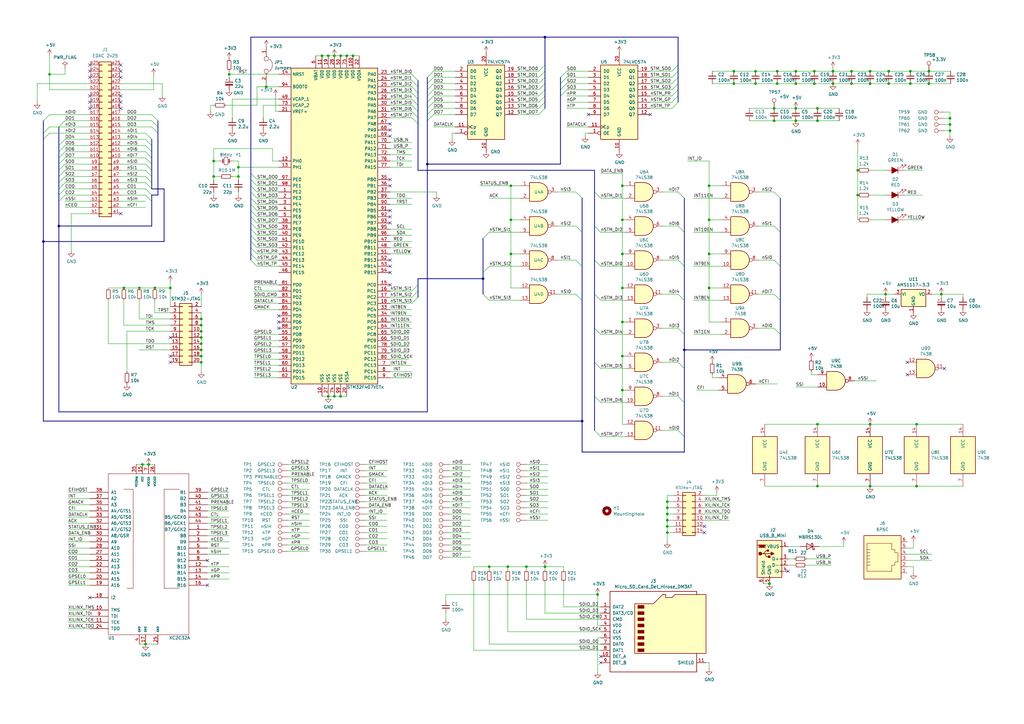
<source format=kicad_sch>
(kicad_sch (version 20211123) (generator eeschema)
  (paper "A3")
  (title_block (title "MPSI Reimplementation") (date "2021-04-05") (rev "A") (company "www.datormuseum.se"))
  (junction (at 273.685 215.9))
  (junction (at 375.92 173.99))
  (junction (at 335.28 173.99))
  (junction (at 356.87 173.99))
  (junction (at 208.28 232.41))
  (junction (at 255.27 104.14))
  (junction (at 87.63 66.04))
  (junction (at 134.62 162.56))
  (junction (at 290.83 118.11))
  (junction (at 255.27 76.2))
  (junction (at 273.685 218.44))
  (junction (at 255.27 118.11))
  (junction (at 139.7 162.56))
  (junction (at 50.8 118.11))
  (junction (at 82.55 146.05))
  (junction (at 198.12 114.3))
  (junction (at 82.55 135.89))
  (junction (at 326.39 29.21))
  (junction (at 137.16 22.86))
  (junction (at 318.77 34.29))
  (junction (at 300.99 34.29))
  (junction (at 280.67 143.51))
  (junction (at 364.49 34.29))
  (junction (at 97.79 68.58))
  (junction (at 273.685 213.36))
  (junction (at 335.28 44.45))
  (junction (at 87.63 72.39))
  (junction (at 20.32 30.48))
  (junction (at 326.39 44.45))
  (junction (at 82.55 138.43))
  (junction (at 317.5 49.53))
  (junction (at 318.77 29.21))
  (junction (at 389.636 53.594))
  (junction (at 223.52 232.41))
  (junction (at 273.685 205.74))
  (junction (at 58.42 190.5))
  (junction (at 209.55 104.14))
  (junction (at 215.9 232.41))
  (junction (at 335.28 199.39))
  (junction (at 255.27 146.05))
  (junction (at 132.08 22.86))
  (junction (at 335.28 49.53))
  (junction (at 109.22 35.56))
  (junction (at 255.27 90.17))
  (junction (at 326.39 49.53))
  (junction (at 315.595 239.395))
  (junction (at 255.27 132.08))
  (junction (at 290.83 104.14))
  (junction (at 351.79 69.85))
  (junction (at 309.88 29.21))
  (junction (at 326.39 34.29))
  (junction (at 82.55 143.51))
  (junction (at 82.55 130.81))
  (junction (at 341.63 34.29))
  (junction (at 200.66 232.41))
  (junction (at 24.13 92.71))
  (junction (at 59.69 264.16))
  (junction (at 300.99 29.21))
  (junction (at 290.83 90.17))
  (junction (at 69.85 118.11))
  (junction (at 356.87 199.39))
  (junction (at 209.55 90.17))
  (junction (at 364.49 29.21))
  (junction (at 273.685 210.82))
  (junction (at 317.5 44.45))
  (junction (at 290.83 76.2))
  (junction (at 334.01 34.29))
  (junction (at 351.79 80.01))
  (junction (at 341.63 29.21))
  (junction (at 137.16 162.56))
  (junction (at 356.87 34.29))
  (junction (at 356.87 29.21))
  (junction (at 375.92 199.39))
  (junction (at 245.11 243.84))
  (junction (at 273.685 208.28))
  (junction (at 255.27 160.02))
  (junction (at 334.01 29.21))
  (junction (at 389.636 51.054))
  (junction (at 386.08 120.65))
  (junction (at 82.55 148.59))
  (junction (at 175.26 67.31))
  (junction (at 349.25 29.21))
  (junction (at 97.79 72.39))
  (junction (at 309.88 34.29))
  (junction (at 144.78 22.86))
  (junction (at 82.55 133.35))
  (junction (at 223.52 15.24))
  (junction (at 238.76 172.72))
  (junction (at 389.636 48.514))
  (junction (at 139.7 22.86))
  (junction (at 63.5 118.11))
  (junction (at 57.15 118.11))
  (junction (at 93.98 30.48))
  (junction (at 349.25 34.29))
  (junction (at 82.55 140.97))
  (junction (at 134.62 22.86))
  (junction (at 363.22 120.65))
  (junction (at 381 29.21))
  (junction (at 17.78 99.06))
  (junction (at 142.24 22.86))
  (junction (at 373.38 34.29))
  (junction (at 381 34.29))
  (junction (at 209.55 76.2))
  (junction (at 60.96 190.5))
  (junction (at 373.38 29.21))
  (no_connect (at 36.83 31.75))
  (no_connect (at 160.02 86.36))
  (no_connect (at 160.02 88.9))
  (no_connect (at 160.02 53.34))
  (no_connect (at 49.53 44.45))
  (no_connect (at 323.215 234.315))
  (no_connect (at 387.35 151.13))
  (no_connect (at 160.02 116.84))
  (no_connect (at 160.02 106.68))
  (no_connect (at 49.53 87.63))
  (no_connect (at 266.7 46.99))
  (no_connect (at 85.09 240.03))
  (no_connect (at 85.09 229.87))
  (no_connect (at 36.83 41.91))
  (no_connect (at 160.02 109.22))
  (no_connect (at 36.83 44.45))
  (no_connect (at 114.3 134.62))
  (no_connect (at 160.02 111.76))
  (no_connect (at 49.53 26.67))
  (no_connect (at 69.85 148.59))
  (no_connect (at 69.85 138.43))
  (no_connect (at 160.02 50.8))
  (no_connect (at 114.3 132.08))
  (no_connect (at 36.83 26.67))
  (no_connect (at 49.53 29.21))
  (no_connect (at 246.38 271.78))
  (no_connect (at 160.02 91.44))
  (no_connect (at 36.83 29.21))
  (no_connect (at 246.38 269.24))
  (no_connect (at 36.83 39.37))
  (no_connect (at 288.925 215.9))
  (no_connect (at 36.83 245.11))
  (no_connect (at 160.02 76.2))
  (no_connect (at 160.02 73.66))
  (no_connect (at 372.11 153.67))
  (no_connect (at 114.3 129.54))
  (no_connect (at 372.11 148.59))
  (no_connect (at 160.02 55.88))
  (no_connect (at 49.53 41.91))
  (no_connect (at 69.85 146.05))
  (no_connect (at 241.3 46.99))
  (no_connect (at 49.53 31.75))
  (no_connect (at 288.925 218.44))
  (no_connect (at 49.53 39.37))
  (bus_entry (at 278.13 148.59) (size 2.54 2.54))
  (bus_entry (at 17.78 49.53) (size 2.54 -2.54))
  (bus_entry (at 102.87 93.98) (size 2.54 2.54))
  (bus_entry (at 243.84 106.68) (size 2.54 2.54))
  (bus_entry (at 243.84 78.74) (size 2.54 2.54))
  (bus_entry (at 275.59 31.75) (size 2.54 -2.54))
  (bus_entry (at 168.91 43.18) (size 2.54 2.54))
  (bus_entry (at 175.26 44.45) (size 2.54 -2.54))
  (bus_entry (at 175.26 31.75) (size 2.54 -2.54))
  (bus_entry (at 278.13 120.65) (size 2.54 2.54))
  (bus_entry (at 275.59 39.37) (size 2.54 -2.54))
  (bus_entry (at 59.69 72.39) (size 2.54 2.54))
  (bus_entry (at 198.12 111.76) (size 2.54 -2.54))
  (bus_entry (at 17.78 54.61) (size 2.54 -2.54))
  (bus_entry (at 62.23 49.53) (size 2.54 2.54))
  (bus_entry (at 102.87 104.14) (size 2.54 2.54))
  (bus_entry (at 278.13 134.62) (size 2.54 2.54))
  (bus_entry (at 102.87 83.82) (size 2.54 2.54))
  (bus_entry (at 24.13 77.47) (size 2.54 -2.54))
  (bus_entry (at 102.87 81.28) (size 2.54 2.54))
  (bus_entry (at 102.87 86.36) (size 2.54 2.54))
  (bus_entry (at 275.59 29.21) (size 2.54 -2.54))
  (bus_entry (at 59.69 57.15) (size 2.54 2.54))
  (bus_entry (at 24.13 72.39) (size 2.54 -2.54))
  (bus_entry (at 175.26 49.53) (size 2.54 -2.54))
  (bus_entry (at 275.59 36.83) (size 2.54 -2.54))
  (bus_entry (at 102.87 73.66) (size 2.54 2.54))
  (bus_entry (at 229.87 31.75) (size 2.54 -2.54))
  (bus_entry (at 175.26 34.29) (size 2.54 -2.54))
  (bus_entry (at 24.13 59.69) (size 2.54 -2.54))
  (bus_entry (at 24.13 67.31) (size 2.54 -2.54))
  (bus_entry (at 24.13 82.55) (size 2.54 -2.54))
  (bus_entry (at 243.84 92.71) (size 2.54 2.54))
  (bus_entry (at 317.5 134.62) (size 2.54 2.54))
  (bus_entry (at 102.87 91.44) (size 2.54 2.54))
  (bus_entry (at 59.69 64.77) (size 2.54 2.54))
  (bus_entry (at 278.13 78.74) (size 2.54 2.54))
  (bus_entry (at 59.69 67.31) (size 2.54 2.54))
  (bus_entry (at 275.59 41.91) (size 2.54 -2.54))
  (bus_entry (at 243.84 176.53) (size 2.54 2.54))
  (bus_entry (at 24.13 64.77) (size 2.54 -2.54))
  (bus_entry (at 102.87 101.6) (size 2.54 2.54))
  (bus_entry (at 220.98 44.45) (size 2.54 -2.54))
  (bus_entry (at 175.26 41.91) (size 2.54 -2.54))
  (bus_entry (at 198.12 97.79) (size 2.54 -2.54))
  (bus_entry (at 168.91 48.26) (size 2.54 2.54))
  (bus_entry (at 168.91 121.92) (size 2.54 -2.54))
  (bus_entry (at 243.84 134.62) (size 2.54 2.54))
  (bus_entry (at 243.84 120.65) (size 2.54 2.54))
  (bus_entry (at 278.13 92.71) (size 2.54 2.54))
  (bus_entry (at 24.13 69.85) (size 2.54 -2.54))
  (bus_entry (at 275.59 34.29) (size 2.54 -2.54))
  (bus_entry (at 236.22 78.74) (size 2.54 2.54))
  (bus_entry (at 243.84 148.59) (size 2.54 2.54))
  (bus_entry (at 278.13 106.68) (size 2.54 2.54))
  (bus_entry (at 168.91 35.56) (size 2.54 2.54))
  (bus_entry (at 275.59 44.45) (size 2.54 -2.54))
  (bus_entry (at 168.91 119.38) (size 2.54 -2.54))
  (bus_entry (at 220.98 36.83) (size 2.54 -2.54))
  (bus_entry (at 278.13 176.53) (size 2.54 2.54))
  (bus_entry (at 24.13 80.01) (size 2.54 -2.54))
  (bus_entry (at 59.69 74.93) (size 2.54 2.54))
  (bus_entry (at 168.91 33.02) (size 2.54 2.54))
  (bus_entry (at 220.98 39.37) (size 2.54 -2.54))
  (bus_entry (at 243.84 162.56) (size 2.54 2.54))
  (bus_entry (at 24.13 62.23) (size 2.54 -2.54))
  (bus_entry (at 62.23 46.99) (size 2.54 2.54))
  (bus_entry (at 168.91 38.1) (size 2.54 2.54))
  (bus_entry (at 59.69 69.85) (size 2.54 2.54))
  (bus_entry (at 220.98 29.21) (size 2.54 -2.54))
  (bus_entry (at 17.78 57.15) (size 2.54 -2.54))
  (bus_entry (at 59.69 80.01) (size 2.54 2.54))
  (bus_entry (at 317.5 78.74) (size 2.54 2.54))
  (bus_entry (at 102.87 96.52) (size 2.54 2.54))
  (bus_entry (at 168.91 40.64) (size 2.54 2.54))
  (bus_entry (at 59.69 77.47) (size 2.54 2.54))
  (bus_entry (at 59.69 54.61) (size 2.54 2.54))
  (bus_entry (at 220.98 41.91) (size 2.54 -2.54))
  (bus_entry (at 229.87 36.83) (size 2.54 -2.54))
  (bus_entry (at 102.87 106.68) (size 2.54 2.54))
  (bus_entry (at 175.26 36.83) (size 2.54 -2.54))
  (bus_entry (at 102.87 78.74) (size 2.54 2.54))
  (bus_entry (at 229.87 34.29) (size 2.54 -2.54))
  (bus_entry (at 317.5 120.65) (size 2.54 2.54))
  (bus_entry (at 59.69 59.69) (size 2.54 2.54))
  (bus_entry (at 102.87 99.06) (size 2.54 2.54))
  (bus_entry (at 236.22 120.65) (size 2.54 2.54))
  (bus_entry (at 229.87 39.37) (size 2.54 -2.54))
  (bus_entry (at 102.87 76.2) (size 2.54 2.54))
  (bus_entry (at 168.91 30.48) (size 2.54 2.54))
  (bus_entry (at 24.13 74.93) (size 2.54 -2.54))
  (bus_entry (at 102.87 88.9) (size 2.54 2.54))
  (bus_entry (at 317.5 106.68) (size 2.54 2.54))
  (bus_entry (at 317.5 92.71) (size 2.54 2.54))
  (bus_entry (at 168.91 45.72) (size 2.54 2.54))
  (bus_entry (at 62.23 52.07) (size 2.54 2.54))
  (bus_entry (at 198.12 120.65) (size 2.54 2.54))
  (bus_entry (at 220.98 46.99) (size 2.54 -2.54))
  (bus_entry (at 278.13 162.56) (size 2.54 2.54))
  (bus_entry (at 220.98 31.75) (size 2.54 -2.54))
  (bus_entry (at 102.87 71.12) (size 2.54 2.54))
  (bus_entry (at 59.69 62.23) (size 2.54 2.54))
  (bus_entry (at 24.13 52.07) (size 2.54 -2.54))
  (bus_entry (at 236.22 92.71) (size 2.54 2.54))
  (bus_entry (at 220.98 34.29) (size 2.54 -2.54))
  (bus_entry (at 175.26 46.99) (size 2.54 -2.54))
  (bus_entry (at 236.22 106.68) (size 2.54 2.54))
  (bus_entry (at 175.26 39.37) (size 2.54 -2.54))
  (bus_entry (at 168.91 124.46) (size 2.54 -2.54))
  (wire (pts (xy 213.36 104.14) (xy 209.55 104.14)))
  (wire (pts (xy 182.88 246.38) (xy 182.88 243.84)))
  (bus (pts (xy 280.67 137.16) (xy 280.67 143.51)))
  (wire (pts (xy 255.27 118.11) (xy 255.27 132.08)))
  (bus (pts (xy 175.26 44.45) (xy 175.26 46.99)))
  (wire (pts (xy 184.15 193.04) (xy 193.04 193.04)))
  (bus (pts (xy 280.67 151.13) (xy 280.67 165.1)))
  (wire (pts (xy 273.685 213.36) (xy 273.685 215.9)))
  (bus (pts (xy 223.52 15.24) (xy 223.52 26.67)))
  (wire (pts (xy 118.11 210.82) (xy 127 210.82)))
  (bus (pts (xy 171.45 35.56) (xy 171.45 38.1)))
  (wire (pts (xy 182.88 243.84) (xy 245.11 243.84)))
  (bus (pts (xy 175.26 34.29) (xy 175.26 36.83)))
  (wire (pts (xy 114.3 109.22) (xy 105.41 109.22)))
  (wire (pts (xy 255.27 132.08) (xy 256.54 132.08)))
  (wire (pts (xy 288.925 208.28) (xy 299.085 208.28)))
  (wire (pts (xy 114.3 144.78) (xy 104.14 144.78)))
  (wire (pts (xy 256.54 173.99) (xy 255.27 173.99)))
  (wire (pts (xy 309.88 29.21) (xy 300.99 29.21)))
  (wire (pts (xy 290.83 104.14) (xy 290.83 90.17)))
  (wire (pts (xy 332.74 152.4) (xy 332.74 153.67)))
  (wire (pts (xy 93.98 30.48) (xy 93.98 29.21)))
  (wire (pts (xy 95.25 72.39) (xy 97.79 72.39)))
  (bus (pts (xy 171.45 116.84) (xy 171.45 119.38)))
  (bus (pts (xy 171.45 33.02) (xy 171.45 35.56)))
  (wire (pts (xy 55.88 190.5) (xy 58.42 190.5)))
  (wire (pts (xy 335.28 44.45) (xy 326.39 44.45)))
  (wire (pts (xy 346.075 224.155) (xy 346.075 222.885)))
  (bus (pts (xy 243.84 148.59) (xy 243.84 162.56)))
  (wire (pts (xy 50.8 123.19) (xy 50.8 133.35)))
  (wire (pts (xy 69.85 125.73) (xy 69.85 118.11)))
  (bus (pts (xy 102.87 91.44) (xy 102.87 93.98)))
  (wire (pts (xy 118.11 223.52) (xy 127 223.52)))
  (wire (pts (xy 231.14 238.76) (xy 231.14 248.92)))
  (wire (pts (xy 105.41 78.74) (xy 114.3 78.74)))
  (wire (pts (xy 82.55 133.35) (xy 82.55 130.81)))
  (wire (pts (xy 114.3 99.06) (xy 105.41 99.06)))
  (wire (pts (xy 160.02 66.04) (xy 168.91 66.04)))
  (wire (pts (xy 160.02 137.16) (xy 167.64 137.16)))
  (wire (pts (xy 208.28 259.08) (xy 246.38 259.08)))
  (wire (pts (xy 177.8 44.45) (xy 186.69 44.45)))
  (bus (pts (xy 238.76 109.22) (xy 238.76 123.19)))
  (bus (pts (xy 62.23 67.31) (xy 62.23 69.85)))
  (wire (pts (xy 213.36 109.22) (xy 200.66 109.22)))
  (wire (pts (xy 82.55 152.4) (xy 82.55 148.59)))
  (wire (pts (xy 15.24 34.29) (xy 36.83 34.29)))
  (bus (pts (xy 278.13 29.21) (xy 278.13 31.75)))
  (wire (pts (xy 160.02 68.58) (xy 168.91 68.58)))
  (wire (pts (xy 36.83 62.23) (xy 26.67 62.23)))
  (bus (pts (xy 238.76 81.28) (xy 238.76 95.25)))
  (wire (pts (xy 27.94 209.55) (xy 36.83 209.55)))
  (wire (pts (xy 27.94 201.93) (xy 36.83 201.93)))
  (wire (pts (xy 44.45 140.97) (xy 44.45 123.19)))
  (wire (pts (xy 232.41 31.75) (xy 241.3 31.75)))
  (bus (pts (xy 62.23 62.23) (xy 62.23 64.77)))
  (wire (pts (xy 228.6 120.65) (xy 236.22 120.65)))
  (wire (pts (xy 295.91 81.28) (xy 284.48 81.28)))
  (wire (pts (xy 114.3 119.38) (xy 104.14 119.38)))
  (wire (pts (xy 36.83 59.69) (xy 26.67 59.69)))
  (wire (pts (xy 86.36 45.72) (xy 86.36 43.18)))
  (wire (pts (xy 389.636 48.514) (xy 389.636 45.974)))
  (wire (pts (xy 97.79 73.66) (xy 97.79 72.39)))
  (wire (pts (xy 114.3 68.58) (xy 97.79 68.58)))
  (wire (pts (xy 149.86 195.58) (xy 158.75 195.58)))
  (wire (pts (xy 85.09 222.25) (xy 93.98 222.25)))
  (wire (pts (xy 66.548 34.29) (xy 66.548 39.116)))
  (wire (pts (xy 326.39 29.21) (xy 318.77 29.21)))
  (wire (pts (xy 215.9 210.82) (xy 224.79 210.82)))
  (wire (pts (xy 62.992 30.734) (xy 62.992 36.83)))
  (wire (pts (xy 335.28 199.39) (xy 356.87 199.39)))
  (wire (pts (xy 334.01 34.29) (xy 341.63 34.29)))
  (bus (pts (xy 102.87 81.28) (xy 102.87 83.82)))
  (wire (pts (xy 97.79 80.01) (xy 97.79 78.74)))
  (wire (pts (xy 160.02 63.5) (xy 168.91 63.5)))
  (wire (pts (xy 105.41 35.56) (xy 109.22 35.56)))
  (wire (pts (xy 49.53 82.55) (xy 59.69 82.55)))
  (wire (pts (xy 341.63 27.94) (xy 341.63 29.21)))
  (wire (pts (xy 69.85 135.89) (xy 52.07 135.89)))
  (wire (pts (xy 232.41 34.29) (xy 241.3 34.29)))
  (wire (pts (xy 356.87 199.39) (xy 375.92 199.39)))
  (wire (pts (xy 294.005 203.2) (xy 294.005 201.93)))
  (bus (pts (xy 278.13 34.29) (xy 278.13 36.83)))
  (wire (pts (xy 341.63 34.29) (xy 349.25 34.29)))
  (wire (pts (xy 85.09 209.55) (xy 93.98 209.55)))
  (wire (pts (xy 27.94 207.01) (xy 36.83 207.01)))
  (wire (pts (xy 114.3 127) (xy 104.14 127)))
  (wire (pts (xy 209.55 76.2) (xy 213.36 76.2)))
  (wire (pts (xy 49.53 64.77) (xy 59.69 64.77)))
  (wire (pts (xy 374.65 224.79) (xy 374.65 222.25)))
  (wire (pts (xy 58.42 190.5) (xy 60.96 190.5)))
  (wire (pts (xy 271.78 148.59) (xy 278.13 148.59)))
  (wire (pts (xy 381 29.21) (xy 373.38 29.21)))
  (wire (pts (xy 60.96 190.5) (xy 63.5 190.5)))
  (wire (pts (xy 215.9 190.5) (xy 224.79 190.5)))
  (wire (pts (xy 93.98 30.48) (xy 93.98 31.75)))
  (wire (pts (xy 325.755 231.775) (xy 323.215 231.775)))
  (wire (pts (xy 273.685 210.82) (xy 273.685 213.36)))
  (wire (pts (xy 212.09 36.83) (xy 220.98 36.83)))
  (wire (pts (xy 114.3 101.6) (xy 105.41 101.6)))
  (wire (pts (xy 215.9 232.41) (xy 223.52 232.41)))
  (wire (pts (xy 27.94 204.47) (xy 36.83 204.47)))
  (wire (pts (xy 20.32 36.83) (xy 36.83 36.83)))
  (wire (pts (xy 109.22 34.29) (xy 109.22 35.56)))
  (wire (pts (xy 49.53 59.69) (xy 59.69 59.69)))
  (wire (pts (xy 149.86 205.74) (xy 158.75 205.74)))
  (bus (pts (xy 17.78 172.72) (xy 238.76 172.72)))
  (wire (pts (xy 326.39 34.29) (xy 334.01 34.29)))
  (wire (pts (xy 240.03 54.61) (xy 241.3 54.61)))
  (wire (pts (xy 36.83 77.47) (xy 26.67 77.47)))
  (bus (pts (xy 229.87 67.31) (xy 175.26 67.31)))
  (wire (pts (xy 276.225 213.36) (xy 273.685 213.36)))
  (bus (pts (xy 64.77 54.61) (xy 64.77 80.01)))
  (wire (pts (xy 241.3 52.07) (xy 232.41 52.07)))
  (wire (pts (xy 255.27 104.14) (xy 255.27 118.11)))
  (wire (pts (xy 256.54 137.16) (xy 246.38 137.16)))
  (wire (pts (xy 118.11 213.36) (xy 127 213.36)))
  (wire (pts (xy 160.02 83.82) (xy 168.91 83.82)))
  (wire (pts (xy 255.27 173.99) (xy 255.27 160.02)))
  (wire (pts (xy 118.11 205.74) (xy 127 205.74)))
  (bus (pts (xy 102.87 15.24) (xy 102.87 71.12)))
  (wire (pts (xy 85.09 224.79) (xy 93.98 224.79)))
  (wire (pts (xy 332.74 153.67) (xy 335.28 153.67)))
  (wire (pts (xy 184.15 223.52) (xy 193.04 223.52)))
  (bus (pts (xy 238.76 123.19) (xy 238.76 172.72)))
  (wire (pts (xy 105.41 73.66) (xy 114.3 73.66)))
  (wire (pts (xy 49.53 69.85) (xy 59.69 69.85)))
  (bus (pts (xy 24.13 92.71) (xy 62.23 92.71)))
  (bus (pts (xy 280.67 95.25) (xy 280.67 109.22)))
  (bus (pts (xy 24.13 80.01) (xy 24.13 82.55)))
  (wire (pts (xy 389.636 55.88) (xy 389.636 53.594)))
  (wire (pts (xy 160.02 154.94) (xy 168.91 154.94)))
  (wire (pts (xy 394.97 173.99) (xy 375.92 173.99)))
  (wire (pts (xy 105.41 43.18) (xy 105.41 35.56)))
  (bus (pts (xy 280.67 165.1) (xy 280.67 179.07)))
  (wire (pts (xy 355.6 121.92) (xy 355.6 120.65)))
  (wire (pts (xy 36.83 85.09) (xy 26.67 85.09)))
  (wire (pts (xy 118.11 195.58) (xy 127 195.58)))
  (wire (pts (xy 335.28 158.75) (xy 326.39 158.75)))
  (wire (pts (xy 36.83 69.85) (xy 26.67 69.85)))
  (wire (pts (xy 105.41 88.9) (xy 114.3 88.9)))
  (wire (pts (xy 114.3 139.7) (xy 104.14 139.7)))
  (wire (pts (xy 256.54 123.19) (xy 246.38 123.19)))
  (wire (pts (xy 295.91 123.19) (xy 284.48 123.19)))
  (wire (pts (xy 160.02 33.02) (xy 168.91 33.02)))
  (wire (pts (xy 149.86 193.04) (xy 158.75 193.04)))
  (wire (pts (xy 27.94 232.41) (xy 36.83 232.41)))
  (bus (pts (xy 24.13 82.55) (xy 24.13 92.71)))
  (wire (pts (xy 228.6 92.71) (xy 236.22 92.71)))
  (wire (pts (xy 160.02 38.1) (xy 168.91 38.1)))
  (bus (pts (xy 280.67 143.51) (xy 280.67 151.13)))
  (wire (pts (xy 375.92 173.99) (xy 356.87 173.99)))
  (wire (pts (xy 271.78 162.56) (xy 278.13 162.56)))
  (bus (pts (xy 280.67 123.19) (xy 280.67 137.16)))
  (wire (pts (xy 118.11 193.04) (xy 127 193.04)))
  (wire (pts (xy 114.3 96.52) (xy 105.41 96.52)))
  (wire (pts (xy 36.83 49.53) (xy 26.67 49.53)))
  (wire (pts (xy 15.24 41.91) (xy 15.24 34.29)))
  (bus (pts (xy 17.78 57.15) (xy 17.78 99.06)))
  (wire (pts (xy 386.08 121.92) (xy 386.08 120.65)))
  (wire (pts (xy 375.92 199.39) (xy 394.97 199.39)))
  (wire (pts (xy 231.14 232.41) (xy 231.14 233.68)))
  (wire (pts (xy 118.11 190.5) (xy 127 190.5)))
  (bus (pts (xy 171.45 50.8) (xy 171.45 69.85)))
  (wire (pts (xy 328.295 224.155) (xy 323.215 224.155)))
  (wire (pts (xy 149.86 223.52) (xy 158.75 223.52)))
  (wire (pts (xy 223.52 251.46) (xy 223.52 238.76)))
  (wire (pts (xy 160.02 124.46) (xy 168.91 124.46)))
  (wire (pts (xy 276.225 210.82) (xy 273.685 210.82)))
  (wire (pts (xy 27.94 257.81) (xy 36.83 257.81)))
  (wire (pts (xy 309.88 157.48) (xy 318.77 157.48)))
  (wire (pts (xy 276.225 208.28) (xy 273.685 208.28)))
  (wire (pts (xy 256.54 81.28) (xy 246.38 81.28)))
  (bus (pts (xy 171.45 40.64) (xy 171.45 43.18)))
  (wire (pts (xy 185.42 57.15) (xy 185.42 54.61)))
  (wire (pts (xy 330.835 229.235) (xy 340.995 229.235)))
  (wire (pts (xy 256.54 95.25) (xy 246.38 95.25)))
  (wire (pts (xy 271.78 106.68) (xy 278.13 106.68)))
  (wire (pts (xy 27.94 255.27) (xy 36.83 255.27)))
  (wire (pts (xy 276.225 205.74) (xy 273.685 205.74)))
  (bus (pts (xy 238.76 172.72) (xy 238.76 185.42)))
  (wire (pts (xy 160.02 58.42) (xy 168.91 58.42)))
  (wire (pts (xy 114.3 152.4) (xy 104.14 152.4)))
  (bus (pts (xy 229.87 36.83) (xy 229.87 39.37)))
  (bus (pts (xy 102.87 99.06) (xy 102.87 101.6)))
  (wire (pts (xy 212.09 44.45) (xy 220.98 44.45)))
  (wire (pts (xy 232.41 36.83) (xy 241.3 36.83)))
  (wire (pts (xy 177.8 34.29) (xy 186.69 34.29)))
  (wire (pts (xy 149.86 220.98) (xy 158.75 220.98)))
  (bus (pts (xy 278.13 26.67) (xy 278.13 29.21)))
  (bus (pts (xy 229.87 31.75) (xy 229.87 34.29)))
  (wire (pts (xy 85.09 237.49) (xy 93.98 237.49)))
  (wire (pts (xy 90.17 66.04) (xy 87.63 66.04)))
  (wire (pts (xy 132.08 162.56) (xy 134.62 162.56)))
  (wire (pts (xy 69.85 128.27) (xy 63.5 128.27)))
  (wire (pts (xy 160.02 149.86) (xy 168.91 149.86)))
  (wire (pts (xy 271.78 78.74) (xy 278.13 78.74)))
  (wire (pts (xy 231.14 248.92) (xy 246.38 248.92)))
  (wire (pts (xy 184.15 208.28) (xy 193.04 208.28)))
  (bus (pts (xy 62.23 64.77) (xy 62.23 67.31)))
  (wire (pts (xy 36.83 67.31) (xy 26.67 67.31)))
  (bus (pts (xy 171.45 48.26) (xy 171.45 50.8)))
  (wire (pts (xy 160.02 144.78) (xy 167.64 144.78)))
  (wire (pts (xy 52.07 135.89) (xy 52.07 152.4)))
  (bus (pts (xy 102.87 101.6) (xy 102.87 104.14)))
  (wire (pts (xy 49.53 54.61) (xy 59.69 54.61)))
  (wire (pts (xy 57.15 123.19) (xy 57.15 130.81)))
  (wire (pts (xy 85.09 204.47) (xy 93.98 204.47)))
  (bus (pts (xy 102.87 73.66) (xy 102.87 76.2)))
  (wire (pts (xy 20.32 36.83) (xy 20.32 30.48)))
  (wire (pts (xy 290.83 76.2) (xy 295.91 76.2)))
  (wire (pts (xy 372.11 229.87) (xy 382.27 229.87)))
  (wire (pts (xy 271.78 176.53) (xy 278.13 176.53)))
  (wire (pts (xy 149.86 213.36) (xy 158.75 213.36)))
  (wire (pts (xy 363.22 121.92) (xy 363.22 120.65)))
  (wire (pts (xy 313.69 199.39) (xy 335.28 199.39)))
  (wire (pts (xy 27.94 240.03) (xy 36.83 240.03)))
  (bus (pts (xy 243.84 92.71) (xy 243.84 106.68)))
  (wire (pts (xy 184.15 203.2) (xy 193.04 203.2)))
  (wire (pts (xy 160.02 60.96) (xy 168.91 60.96)))
  (bus (pts (xy 62.23 59.69) (xy 62.23 62.23)))
  (wire (pts (xy 177.8 39.37) (xy 186.69 39.37)))
  (wire (pts (xy 208.28 232.41) (xy 208.28 233.68)))
  (wire (pts (xy 160.02 45.72) (xy 168.91 45.72)))
  (wire (pts (xy 215.9 195.58) (xy 224.79 195.58)))
  (bus (pts (xy 67.31 77.47) (xy 67.31 99.06)))
  (wire (pts (xy 295.91 137.16) (xy 284.48 137.16)))
  (wire (pts (xy 50.8 118.11) (xy 57.15 118.11)))
  (bus (pts (xy 198.12 120.65) (xy 198.12 114.3)))
  (bus (pts (xy 24.13 69.85) (xy 24.13 72.39)))
  (wire (pts (xy 212.09 41.91) (xy 220.98 41.91)))
  (wire (pts (xy 389.636 45.974) (xy 387.35 45.974)))
  (wire (pts (xy 215.9 193.04) (xy 224.79 193.04)))
  (wire (pts (xy 160.02 30.48) (xy 168.91 30.48)))
  (wire (pts (xy 118.11 220.98) (xy 127 220.98)))
  (wire (pts (xy 26.67 30.48) (xy 26.67 27.94)))
  (wire (pts (xy 208.28 232.41) (xy 215.9 232.41)))
  (wire (pts (xy 288.925 205.74) (xy 299.085 205.74)))
  (bus (pts (xy 24.13 92.71) (xy 24.13 168.91)))
  (wire (pts (xy 256.54 109.22) (xy 246.38 109.22)))
  (wire (pts (xy 87.63 66.04) (xy 87.63 72.39)))
  (wire (pts (xy 69.85 140.97) (xy 44.45 140.97)))
  (wire (pts (xy 356.87 90.17) (xy 363.22 90.17)))
  (wire (pts (xy 223.52 232.41) (xy 231.14 232.41)))
  (wire (pts (xy 215.9 200.66) (xy 224.79 200.66)))
  (bus (pts (xy 102.87 104.14) (xy 102.87 106.68)))
  (wire (pts (xy 160.02 119.38) (xy 168.91 119.38)))
  (wire (pts (xy 82.55 140.97) (xy 82.55 138.43)))
  (wire (pts (xy 20.32 52.07) (xy 24.13 52.07)))
  (wire (pts (xy 36.83 87.63) (xy 29.21 87.63)))
  (bus (pts (xy 175.26 168.91) (xy 175.26 67.31)))
  (bus (pts (xy 24.13 72.39) (xy 24.13 74.93)))
  (wire (pts (xy 276.225 218.44) (xy 273.685 218.44)))
  (wire (pts (xy 92.71 43.18) (xy 105.41 43.18)))
  (wire (pts (xy 87.63 80.01) (xy 87.63 78.74)))
  (wire (pts (xy 335.28 173.99) (xy 313.69 173.99)))
  (bus (pts (xy 17.78 49.53) (xy 17.78 54.61)))
  (wire (pts (xy 246.38 71.12) (xy 255.27 71.12)))
  (wire (pts (xy 394.97 121.92) (xy 394.97 120.65)))
  (wire (pts (xy 288.925 213.36) (xy 299.085 213.36)))
  (wire (pts (xy 209.55 118.11) (xy 209.55 104.14)))
  (wire (pts (xy 44.45 118.11) (xy 50.8 118.11)))
  (wire (pts (xy 149.86 226.06) (xy 158.75 226.06)))
  (wire (pts (xy 266.7 36.83) (xy 275.59 36.83)))
  (wire (pts (xy 87.63 72.39) (xy 90.17 72.39)))
  (wire (pts (xy 245.11 256.54) (xy 246.38 256.54)))
  (wire (pts (xy 213.36 95.25) (xy 200.66 95.25)))
  (wire (pts (xy 118.11 226.06) (xy 127 226.06)))
  (wire (pts (xy 330.835 231.775) (xy 340.995 231.775)))
  (wire (pts (xy 295.91 104.14) (xy 290.83 104.14)))
  (wire (pts (xy 292.1 154.94) (xy 294.64 154.94)))
  (wire (pts (xy 85.09 207.01) (xy 93.98 207.01)))
  (wire (pts (xy 160.02 147.32) (xy 167.64 147.32)))
  (wire (pts (xy 82.55 125.73) (xy 82.55 120.65)))
  (wire (pts (xy 160.02 104.14) (xy 168.91 104.14)))
  (wire (pts (xy 386.08 120.65) (xy 382.27 120.65)))
  (wire (pts (xy 341.63 29.21) (xy 334.01 29.21)))
  (wire (pts (xy 160.02 139.7) (xy 167.64 139.7)))
  (wire (pts (xy 245.11 243.84) (xy 245.11 256.54)))
  (bus (pts (xy 17.78 99.06) (xy 17.78 172.72)))
  (wire (pts (xy 82.55 146.05) (xy 82.55 143.51)))
  (wire (pts (xy 87.63 73.66) (xy 87.63 72.39)))
  (wire (pts (xy 114.3 149.86) (xy 104.14 149.86)))
  (wire (pts (xy 82.55 148.59) (xy 82.55 146.05)))
  (wire (pts (xy 85.09 232.41) (xy 93.98 232.41)))
  (bus (pts (xy 278.13 15.24) (xy 223.52 15.24)))
  (bus (pts (xy 62.23 77.47) (xy 67.31 77.47)))
  (wire (pts (xy 232.41 44.45) (xy 241.3 44.45)))
  (bus (pts (xy 243.84 69.85) (xy 243.84 78.74)))
  (wire (pts (xy 266.7 44.45) (xy 275.59 44.45)))
  (bus (pts (xy 24.13 64.77) (xy 24.13 67.31)))
  (wire (pts (xy 212.09 34.29) (xy 220.98 34.29)))
  (wire (pts (xy 370.84 90.17) (xy 378.46 90.17)))
  (wire (pts (xy 255.27 160.02) (xy 255.27 146.05)))
  (wire (pts (xy 356.87 69.85) (xy 363.22 69.85)))
  (wire (pts (xy 215.9 198.12) (xy 224.79 198.12)))
  (bus (pts (xy 278.13 36.83) (xy 278.13 39.37)))
  (bus (pts (xy 24.13 168.91) (xy 175.26 168.91)))
  (wire (pts (xy 160.02 43.18) (xy 168.91 43.18)))
  (wire (pts (xy 213.36 118.11) (xy 209.55 118.11)))
  (wire (pts (xy 215.9 232.41) (xy 215.9 233.68)))
  (wire (pts (xy 351.79 90.17) (xy 351.79 80.01)))
  (wire (pts (xy 292.1 153.67) (xy 292.1 154.94)))
  (wire (pts (xy 318.77 34.29) (xy 326.39 34.29)))
  (wire (pts (xy 160.02 93.98) (xy 168.91 93.98)))
  (bus (pts (xy 278.13 39.37) (xy 278.13 41.91)))
  (wire (pts (xy 295.91 109.22) (xy 284.48 109.22)))
  (wire (pts (xy 49.53 62.23) (xy 59.69 62.23)))
  (bus (pts (xy 238.76 185.42) (xy 280.67 185.42)))
  (bus (pts (xy 243.84 78.74) (xy 243.84 92.71)))
  (wire (pts (xy 311.15 78.74) (xy 317.5 78.74)))
  (wire (pts (xy 114.3 147.32) (xy 104.14 147.32)))
  (wire (pts (xy 273.685 218.44) (xy 273.685 222.25)))
  (wire (pts (xy 184.15 213.36) (xy 193.04 213.36)))
  (wire (pts (xy 59.69 264.16) (xy 64.77 264.16)))
  (wire (pts (xy 194.31 266.7) (xy 246.38 266.7)))
  (bus (pts (xy 62.23 69.85) (xy 62.23 72.39)))
  (wire (pts (xy 295.91 132.08) (xy 290.83 132.08)))
  (wire (pts (xy 255.27 90.17) (xy 255.27 104.14)))
  (wire (pts (xy 266.7 34.29) (xy 275.59 34.29)))
  (wire (pts (xy 184.15 198.12) (xy 193.04 198.12)))
  (wire (pts (xy 317.5 44.45) (xy 307.34 44.45)))
  (wire (pts (xy 300.99 29.21) (xy 292.1 29.21)))
  (wire (pts (xy 335.28 44.45) (xy 344.17 44.45)))
  (wire (pts (xy 107.95 43.18) (xy 114.3 43.18)))
  (wire (pts (xy 114.3 142.24) (xy 104.14 142.24)))
  (bus (pts (xy 102.87 88.9) (xy 102.87 91.44)))
  (wire (pts (xy 311.15 92.71) (xy 317.5 92.71)))
  (wire (pts (xy 309.88 34.29) (xy 318.77 34.29)))
  (wire (pts (xy 295.91 95.25) (xy 284.48 95.25)))
  (wire (pts (xy 256.54 165.1) (xy 246.38 165.1)))
  (wire (pts (xy 266.7 39.37) (xy 275.59 39.37)))
  (wire (pts (xy 149.86 200.66) (xy 158.75 200.66)))
  (wire (pts (xy 184.15 226.06) (xy 193.04 226.06)))
  (wire (pts (xy 177.8 29.21) (xy 186.69 29.21)))
  (wire (pts (xy 290.83 90.17) (xy 290.83 76.2)))
  (wire (pts (xy 50.8 133.35) (xy 69.85 133.35)))
  (wire (pts (xy 160.02 99.06) (xy 168.91 99.06)))
  (wire (pts (xy 27.94 234.95) (xy 36.83 234.95)))
  (wire (pts (xy 82.55 135.89) (xy 82.55 133.35)))
  (bus (pts (xy 62.23 72.39) (xy 62.23 74.93)))
  (wire (pts (xy 114.3 154.94) (xy 104.14 154.94)))
  (wire (pts (xy 372.11 232.41) (xy 374.65 232.41)))
  (wire (pts (xy 27.94 237.49) (xy 36.83 237.49)))
  (wire (pts (xy 49.53 52.07) (xy 62.23 52.07)))
  (wire (pts (xy 36.83 80.01) (xy 26.67 80.01)))
  (wire (pts (xy 372.11 224.79) (xy 374.65 224.79)))
  (bus (pts (xy 280.67 179.07) (xy 280.67 185.42)))
  (wire (pts (xy 184.15 205.74) (xy 193.04 205.74)))
  (wire (pts (xy 255.27 146.05) (xy 255.27 132.08)))
  (wire (pts (xy 20.32 30.48) (xy 20.32 22.86)))
  (wire (pts (xy 27.94 222.25) (xy 36.83 222.25)))
  (wire (pts (xy 255.27 71.12) (xy 255.27 76.2)))
  (bus (pts (xy 24.13 77.47) (xy 24.13 80.01)))
  (wire (pts (xy 266.7 31.75) (xy 275.59 31.75)))
  (wire (pts (xy 276.225 203.2) (xy 273.685 203.2)))
  (wire (pts (xy 27.94 224.79) (xy 36.83 224.79)))
  (wire (pts (xy 294.64 160.02) (xy 285.75 160.02)))
  (wire (pts (xy 389.636 51.054) (xy 389.636 48.514)))
  (wire (pts (xy 49.53 34.29) (xy 66.548 34.29)))
  (bus (pts (xy 64.77 49.53) (xy 64.77 52.07)))
  (wire (pts (xy 160.02 35.56) (xy 168.91 35.56)))
  (wire (pts (xy 85.09 219.71) (xy 93.98 219.71)))
  (wire (pts (xy 160.02 132.08) (xy 168.91 132.08)))
  (bus (pts (xy 198.12 97.79) (xy 198.12 111.76)))
  (wire (pts (xy 300.99 34.29) (xy 309.88 34.29)))
  (bus (pts (xy 17.78 54.61) (xy 17.78 57.15)))
  (wire (pts (xy 215.9 254) (xy 246.38 254)))
  (wire (pts (xy 82.55 143.51) (xy 82.55 140.97)))
  (wire (pts (xy 373.38 29.21) (xy 364.49 29.21)))
  (wire (pts (xy 372.11 227.33) (xy 382.27 227.33)))
  (wire (pts (xy 288.925 210.82) (xy 299.085 210.82)))
  (wire (pts (xy 105.41 83.82) (xy 114.3 83.82)))
  (bus (pts (xy 171.45 38.1) (xy 171.45 40.64)))
  (wire (pts (xy 82.55 138.43) (xy 82.55 135.89)))
  (wire (pts (xy 232.41 41.91) (xy 241.3 41.91)))
  (wire (pts (xy 97.79 68.58) (xy 97.79 66.04)))
  (wire (pts (xy 49.53 49.53) (xy 62.23 49.53)))
  (bus (pts (xy 175.26 46.99) (xy 175.26 49.53)))
  (wire (pts (xy 290.83 66.04) (xy 281.94 66.04)))
  (bus (pts (xy 102.87 86.36) (xy 102.87 88.9)))
  (wire (pts (xy 160.02 48.26) (xy 168.91 48.26)))
  (wire (pts (xy 209.55 104.14) (xy 209.55 90.17)))
  (wire (pts (xy 49.53 46.99) (xy 62.23 46.99)))
  (wire (pts (xy 63.5 118.11) (xy 69.85 118.11)))
  (wire (pts (xy 313.055 239.395) (xy 315.595 239.395)))
  (wire (pts (xy 350.52 156.21) (xy 359.41 156.21)))
  (bus (pts (xy 62.23 82.55) (xy 62.23 92.71)))
  (wire (pts (xy 273.685 215.9) (xy 273.685 218.44)))
  (wire (pts (xy 255.27 104.14) (xy 256.54 104.14)))
  (wire (pts (xy 370.84 69.85) (xy 378.46 69.85)))
  (wire (pts (xy 256.54 151.13) (xy 246.38 151.13)))
  (wire (pts (xy 85.09 214.63) (xy 93.98 214.63)))
  (bus (pts (xy 229.87 39.37) (xy 229.87 67.31)))
  (wire (pts (xy 271.78 92.71) (xy 278.13 92.71)))
  (wire (pts (xy 177.8 36.83) (xy 186.69 36.83)))
  (wire (pts (xy 349.25 29.21) (xy 341.63 29.21)))
  (wire (pts (xy 290.83 271.78) (xy 290.83 274.32)))
  (wire (pts (xy 215.9 203.2) (xy 224.79 203.2)))
  (wire (pts (xy 215.9 213.36) (xy 224.79 213.36)))
  (bus (pts (xy 278.13 15.24) (xy 278.13 26.67)))
  (wire (pts (xy 36.83 72.39) (xy 26.67 72.39)))
  (wire (pts (xy 381 34.29) (xy 389.89 34.29)))
  (wire (pts (xy 363.22 120.65) (xy 367.03 120.65)))
  (wire (pts (xy 307.34 49.53) (xy 317.5 49.53)))
  (wire (pts (xy 325.755 229.235) (xy 323.215 229.235)))
  (wire (pts (xy 389.636 51.054) (xy 387.35 51.054)))
  (wire (pts (xy 364.49 29.21) (xy 356.87 29.21)))
  (bus (pts (xy 64.77 52.07) (xy 64.77 54.61)))
  (wire (pts (xy 240.03 55.88) (xy 240.03 54.61)))
  (wire (pts (xy 335.28 49.53) (xy 344.17 49.53)))
  (wire (pts (xy 149.86 203.2) (xy 158.75 203.2)))
  (wire (pts (xy 355.6 120.65) (xy 363.22 120.65)))
  (wire (pts (xy 255.27 76.2) (xy 256.54 76.2)))
  (wire (pts (xy 149.86 198.12) (xy 158.75 198.12)))
  (wire (pts (xy 184.15 190.5) (xy 193.04 190.5)))
  (wire (pts (xy 200.66 264.16) (xy 246.38 264.16)))
  (bus (pts (xy 171.45 114.3) (xy 171.45 116.84)))
  (bus (pts (xy 223.52 39.37) (xy 223.52 41.91)))
  (wire (pts (xy 160.02 81.28) (xy 168.91 81.28)))
  (bus (pts (xy 243.84 106.68) (xy 243.84 120.65)))
  (wire (pts (xy 57.15 264.16) (xy 59.69 264.16)))
  (wire (pts (xy 149.86 215.9) (xy 158.75 215.9)))
  (bus (pts (xy 223.52 26.67) (xy 223.52 29.21)))
  (wire (pts (xy 49.53 77.47) (xy 59.69 77.47)))
  (wire (pts (xy 228.6 106.68) (xy 236.22 106.68)))
  (wire (pts (xy 290.83 118.11) (xy 290.83 104.14)))
  (wire (pts (xy 27.94 250.19) (xy 36.83 250.19)))
  (wire (pts (xy 311.15 120.65) (xy 317.5 120.65)))
  (wire (pts (xy 27.94 217.17) (xy 36.83 217.17)))
  (bus (pts (xy 223.52 31.75) (xy 223.52 34.29)))
  (wire (pts (xy 290.83 132.08) (xy 290.83 118.11)))
  (bus (pts (xy 24.13 59.69) (xy 24.13 62.23)))
  (wire (pts (xy 223.52 232.41) (xy 223.52 233.68)))
  (wire (pts (xy 194.31 266.7) (xy 194.31 238.76)))
  (wire (pts (xy 105.41 81.28) (xy 114.3 81.28)))
  (wire (pts (xy 184.15 218.44) (xy 193.04 218.44)))
  (wire (pts (xy 373.38 34.29) (xy 381 34.29)))
  (wire (pts (xy 311.15 134.62) (xy 317.5 134.62)))
  (wire (pts (xy 184.15 200.66) (xy 193.04 200.66)))
  (wire (pts (xy 139.7 22.86) (xy 142.24 22.86)))
  (wire (pts (xy 351.79 80.01) (xy 351.79 69.85)))
  (wire (pts (xy 36.83 46.99) (xy 20.32 46.99)))
  (wire (pts (xy 134.62 22.86) (xy 137.16 22.86)))
  (bus (pts (xy 171.45 114.3) (xy 198.12 114.3)))
  (wire (pts (xy 105.41 76.2) (xy 114.3 76.2)))
  (wire (pts (xy 85.09 212.09) (xy 93.98 212.09)))
  (bus (pts (xy 320.04 109.22) (xy 320.04 123.19)))
  (bus (pts (xy 102.87 78.74) (xy 102.87 81.28)))
  (bus (pts (xy 223.52 29.21) (xy 223.52 31.75)))
  (wire (pts (xy 149.86 218.44) (xy 158.75 218.44)))
  (bus (pts (xy 320.04 81.28) (xy 320.04 95.25)))
  (wire (pts (xy 364.49 34.29) (xy 373.38 34.29)))
  (wire (pts (xy 349.25 34.29) (xy 356.87 34.29)))
  (wire (pts (xy 271.78 120.65) (xy 278.13 120.65)))
  (wire (pts (xy 184.15 215.9) (xy 193.04 215.9)))
  (bus (pts (xy 175.26 39.37) (xy 175.26 41.91)))
  (wire (pts (xy 374.65 232.41) (xy 374.65 234.95)))
  (wire (pts (xy 273.685 203.2) (xy 273.685 205.74)))
  (bus (pts (xy 175.26 49.53) (xy 175.26 67.31)))
  (wire (pts (xy 49.53 57.15) (xy 59.69 57.15)))
  (wire (pts (xy 113.03 45.72) (xy 113.03 39.37)))
  (wire (pts (xy 49.53 80.01) (xy 59.69 80.01)))
  (wire (pts (xy 36.83 57.15) (xy 26.67 57.15)))
  (wire (pts (xy 160.02 152.4) (xy 168.91 152.4)))
  (wire (pts (xy 213.36 81.28) (xy 200.66 81.28)))
  (wire (pts (xy 179.07 78.74) (xy 179.07 80.01)))
  (bus (pts (xy 24.13 74.93) (xy 24.13 77.47)))
  (wire (pts (xy 256.54 160.02) (xy 255.27 160.02)))
  (wire (pts (xy 114.3 137.16) (xy 104.14 137.16)))
  (wire (pts (xy 356.87 29.21) (xy 349.25 29.21)))
  (wire (pts (xy 209.55 76.2) (xy 209.55 90.17)))
  (bus (pts (xy 62.23 80.01) (xy 62.23 82.55)))
  (bus (pts (xy 102.87 76.2) (xy 102.87 78.74)))
  (bus (pts (xy 171.45 45.72) (xy 171.45 48.26)))
  (wire (pts (xy 27.94 227.33) (xy 36.83 227.33)))
  (wire (pts (xy 36.83 82.55) (xy 26.67 82.55)))
  (wire (pts (xy 356.87 34.29) (xy 364.49 34.29)))
  (wire (pts (xy 389.636 53.594) (xy 389.636 51.054)))
  (bus (pts (xy 198.12 111.76) (xy 198.12 114.3)))
  (wire (pts (xy 194.31 232.41) (xy 200.66 232.41)))
  (bus (pts (xy 175.26 41.91) (xy 175.26 44.45)))
  (bus (pts (xy 278.13 31.75) (xy 278.13 34.29)))
  (wire (pts (xy 118.11 200.66) (xy 127 200.66)))
  (wire (pts (xy 27.94 214.63) (xy 36.83 214.63)))
  (wire (pts (xy 389.636 48.514) (xy 387.35 48.514)))
  (wire (pts (xy 27.94 229.87) (xy 36.83 229.87)))
  (wire (pts (xy 97.79 66.04) (xy 95.25 66.04)))
  (wire (pts (xy 389.89 29.21) (xy 381 29.21)))
  (wire (pts (xy 326.39 44.45) (xy 317.5 44.45)))
  (wire (pts (xy 184.15 220.98) (xy 193.04 220.98)))
  (wire (pts (xy 212.09 46.99) (xy 220.98 46.99)))
  (wire (pts (xy 273.685 205.74) (xy 273.685 208.28)))
  (bus (pts (xy 223.52 41.91) (xy 223.52 44.45)))
  (wire (pts (xy 27.94 252.73) (xy 36.83 252.73)))
  (wire (pts (xy 85.09 201.93) (xy 93.98 201.93)))
  (bus (pts (xy 102.87 83.82) (xy 102.87 86.36)))
  (wire (pts (xy 69.85 143.51) (xy 57.15 143.51)))
  (wire (pts (xy 311.15 106.68) (xy 317.5 106.68)))
  (wire (pts (xy 114.3 93.98) (xy 105.41 93.98)))
  (wire (pts (xy 85.09 217.17) (xy 93.98 217.17)))
  (wire (pts (xy 132.08 22.86) (xy 134.62 22.86)))
  (wire (pts (xy 212.09 39.37) (xy 220.98 39.37)))
  (wire (pts (xy 389.636 53.594) (xy 387.35 53.594)))
  (wire (pts (xy 255.27 76.2) (xy 255.27 90.17)))
  (bus (pts (xy 67.31 99.06) (xy 17.78 99.06)))
  (bus (pts (xy 280.67 109.22) (xy 280.67 123.19)))
  (wire (pts (xy 87.63 66.04) (xy 87.63 60.96)))
  (wire (pts (xy 69.85 118.11) (xy 69.85 115.57)))
  (wire (pts (xy 266.7 41.91) (xy 275.59 41.91)))
  (bus (pts (xy 280.67 143.51) (xy 320.04 143.51)))
  (wire (pts (xy 118.11 203.2) (xy 127 203.2)))
  (wire (pts (xy 200.66 264.16) (xy 200.66 238.76)))
  (wire (pts (xy 232.41 39.37) (xy 241.3 39.37)))
  (wire (pts (xy 111.76 60.96) (xy 111.76 66.04)))
  (wire (pts (xy 149.86 190.5) (xy 158.75 190.5)))
  (bus (pts (xy 24.13 67.31) (xy 24.13 69.85)))
  (wire (pts (xy 149.86 208.28) (xy 158.75 208.28)))
  (wire (pts (xy 139.7 162.56) (xy 142.24 162.56)))
  (wire (pts (xy 186.69 52.07) (xy 177.8 52.07)))
  (wire (pts (xy 20.32 30.48) (xy 26.67 30.48)))
  (wire (pts (xy 215.9 205.74) (xy 224.79 205.74)))
  (wire (pts (xy 149.86 210.82) (xy 158.75 210.82)))
  (wire (pts (xy 177.8 46.99) (xy 186.69 46.99)))
  (wire (pts (xy 212.09 31.75) (xy 220.98 31.75)))
  (wire (pts (xy 144.78 22.86) (xy 147.32 22.86)))
  (bus (pts (xy 243.84 162.56) (xy 243.84 176.53)))
  (wire (pts (xy 177.8 41.91) (xy 186.69 41.91)))
  (bus (pts (xy 64.77 80.01) (xy 62.23 80.01)))
  (bus (pts (xy 280.67 81.28) (xy 280.67 95.25)))
  (wire (pts (xy 24.13 52.07) (xy 36.83 52.07)))
  (wire (pts (xy 118.11 208.28) (xy 127 208.28)))
  (wire (pts (xy 57.15 130.81) (xy 69.85 130.81)))
  (bus (pts (xy 175.26 36.83) (xy 175.26 39.37)))
  (wire (pts (xy 356.87 80.01) (xy 363.22 80.01)))
  (wire (pts (xy 87.63 60.96) (xy 111.76 60.96)))
  (wire (pts (xy 134.62 162.56) (xy 137.16 162.56)))
  (wire (pts (xy 295.91 90.17) (xy 290.83 90.17)))
  (wire (pts (xy 335.915 224.155) (xy 346.075 224.155)))
  (wire (pts (xy 82.55 130.81) (xy 82.55 128.27)))
  (wire (pts (xy 223.52 251.46) (xy 246.38 251.46)))
  (bus (pts (xy 102.87 96.52) (xy 102.87 99.06)))
  (bus (pts (xy 24.13 62.23) (xy 24.13 64.77)))
  (wire (pts (xy 114.3 40.64) (xy 95.25 40.64)))
  (wire (pts (xy 184.15 210.82) (xy 193.04 210.82)))
  (wire (pts (xy 273.685 208.28) (xy 273.685 210.82)))
  (wire (pts (xy 317.5 49.53) (xy 326.39 49.53)))
  (wire (pts (xy 62.992 36.83) (xy 49.53 36.83)))
  (bus (pts (xy 229.87 34.29) (xy 229.87 36.83)))
  (wire (pts (xy 36.83 64.77) (xy 26.67 64.77)))
  (bus (pts (xy 171.45 119.38) (xy 171.45 121.92)))
  (wire (pts (xy 114.3 45.72) (xy 113.03 45.72)))
  (wire (pts (xy 36.83 54.61) (xy 20.32 54.61)))
  (wire (pts (xy 196.85 76.2) (xy 209.55 76.2)))
  (wire (pts (xy 356.87 173.99) (xy 335.28 173.99)))
  (wire (pts (xy 266.7 29.21) (xy 275.59 29.21)))
  (wire (pts (xy 107.95 48.26) (xy 107.95 43.18)))
  (wire (pts (xy 232.41 29.21) (xy 241.3 29.21)))
  (wire (pts (xy 177.8 31.75) (xy 186.69 31.75)))
  (wire (pts (xy 289.56 271.78) (xy 290.83 271.78)))
  (wire (pts (xy 256.54 146.05) (xy 255.27 146.05)))
  (wire (pts (xy 114.3 104.14) (xy 105.41 104.14)))
  (wire (pts (xy 185.42 54.61) (xy 186.69 54.61)))
  (wire (pts (xy 29.21 102.87) (xy 29.21 87.63)))
  (wire (pts (xy 194.31 233.68) (xy 194.31 232.41)))
  (bus (pts (xy 243.84 134.62) (xy 243.84 148.59)))
  (wire (pts (xy 160.02 134.62) (xy 168.91 134.62)))
  (wire (pts (xy 160.02 121.92) (xy 168.91 121.92)))
  (wire (pts (xy 137.16 162.56) (xy 139.7 162.56)))
  (wire (pts (xy 160.02 101.6) (xy 168.91 101.6)))
  (wire (pts (xy 27.94 219.71) (xy 36.83 219.71)))
  (wire (pts (xy 326.39 49.53) (xy 335.28 49.53)))
  (wire (pts (xy 63.5 128.27) (xy 63.5 123.19)))
  (bus (pts (xy 175.26 31.75) (xy 175.26 34.29)))
  (wire (pts (xy 212.09 29.21) (xy 220.98 29.21)))
  (wire (pts (xy 36.83 74.93) (xy 26.67 74.93)))
  (wire (pts (xy 276.225 215.9) (xy 273.685 215.9)))
  (wire (pts (xy 114.3 116.84) (xy 104.14 116.84)))
  (wire (pts (xy 271.78 134.62) (xy 278.13 134.62)))
  (wire (pts (xy 86.36 43.18) (xy 87.63 43.18)))
  (wire (pts (xy 118.11 218.44) (xy 127 218.44)))
  (wire (pts (xy 318.77 29.21) (xy 309.88 29.21)))
  (wire (pts (xy 85.09 234.95) (xy 93.98 234.95)))
  (wire (pts (xy 49.53 72.39) (xy 59.69 72.39)))
  (wire (pts (xy 184.15 195.58) (xy 193.04 195.58)))
  (wire (pts (xy 114.3 30.48) (xy 93.98 30.48)))
  (wire (pts (xy 200.66 232.41) (xy 200.66 233.68)))
  (wire (pts (xy 209.55 90.17) (xy 213.36 90.17)))
  (wire (pts (xy 105.41 86.36) (xy 114.3 86.36)))
  (wire (pts (xy 290.83 76.2) (xy 290.83 66.04)))
  (wire (pts (xy 49.53 67.31) (xy 59.69 67.31)))
  (wire (pts (xy 118.11 198.12) (xy 127 198.12)))
  (wire (pts (xy 114.3 124.46) (xy 104.14 124.46)))
  (wire (pts (xy 114.3 121.92) (xy 104.14 121.92)))
  (wire (pts (xy 105.41 91.44) (xy 114.3 91.44)))
  (wire (pts (xy 137.16 22.86) (xy 139.7 22.86)))
  (bus (pts (xy 238.76 95.25) (xy 238.76 109.22)))
  (wire (pts (xy 109.22 35.56) (xy 114.3 35.56)))
  (wire (pts (xy 97.79 72.39) (xy 97.79 68.58)))
  (wire (pts (xy 160.02 40.64) (xy 168.91 40.64)))
  (wire (pts (xy 255.27 118.11) (xy 256.54 118.11)))
  (wire (pts (xy 213.36 123.19) (xy 200.66 123.19)))
  (wire (pts (xy 215.9 208.28) (xy 224.79 208.28)))
  (wire (pts (xy 111.76 66.04) (xy 114.3 66.04)))
  (wire (pts (xy 184.15 228.6) (xy 193.04 228.6)))
  (bus (pts (xy 243.84 69.85) (xy 171.45 69.85)))
  (wire (pts (xy 370.84 80.01) (xy 378.46 80.01)))
  (wire (pts (xy 256.54 179.07) (xy 246.38 179.07)))
  (wire (pts (xy 95.25 40.64) (xy 95.25 48.26)))
  (wire (pts (xy 142.24 22.86) (xy 144.78 22.86)))
  (wire (pts (xy 228.6 78.74) (xy 236.22 78.74)))
  (wire (pts (xy 85.09 227.33) (xy 93.98 227.33)))
  (wire (pts (xy 245.11 261.62) (xy 246.38 261.62)))
  (wire (pts (xy 160.02 78.74) (xy 179.07 78.74)))
  (wire (pts (xy 160.02 96.52) (xy 168.91 96.52)))
  (wire (pts (xy 200.66 232.41) (xy 208.28 232.41)))
  (bus (pts (xy 320.04 123.19) (xy 320.04 137.16)))
  (bus (pts (xy 24.13 52.07) (xy 24.13 59.69)))
  (wire (pts (xy 334.01 29.21) (xy 326.39 29.21)))
  (bus (pts (xy 243.84 120.65) (xy 243.84 134.62)))
  (wire (pts (xy 208.28 259.08) (xy 208.28 238.76)))
  (wire (pts (xy 49.53 74.93) (xy 59.69 74.93)))
  (bus (pts (xy 102.87 71.12) (xy 102.87 73.66)))
  (bus (pts (xy 102.87 93.98) (xy 102.87 96.52)))
  (wire (pts (xy 160.02 127) (xy 168.91 127)))
  (wire (pts (xy 295.91 118.11) (xy 290.83 118.11)))
  (wire (pts (xy 215.9 254) (xy 215.9 238.76)))
  (wire (pts (xy 57.15 118.11) (xy 63.5 118.11)))
  (wire (pts (xy 129.54 22.86) (xy 132.08 22.86)))
  (bus (pts (xy 102.87 15.24) (xy 223.52 15.24)))
  (wire (pts (xy 255.27 90.17) (xy 256.54 90.17)))
  (wire (pts (xy 288.925 203.2) (xy 294.005 203.2)))
  (wire (pts (xy 245.11 275.59) (xy 245.11 261.62)))
  (wire (pts (xy 114.3 106.68) (xy 105.41 106.68)))
  (wire (pts (xy 49.53 85.09) (xy 59.69 85.09)))
  (wire (pts (xy 351.79 69.85) (xy 351.79 59.69)))
  (wire (pts (xy 118.11 215.9) (xy 127 215.9)))
  (bus (pts (xy 62.23 74.93) (xy 62.23 77.47)))
  (bus (pts (xy 62.23 57.15) (xy 62.23 59.69)))
  (bus (pts (xy 320.04 95.25) (xy 320.04 109.22)))
  (bus (pts (xy 223.52 36.83) (xy 223.52 39.37)))
  (bus (pts (xy 223.52 34.29) (xy 223.52 36.83)))
  (wire (pts (xy 160.02 142.24) (xy 167.64 142.24)))
  (wire (pts (xy 292.1 34.29) (xy 300.99 34.29)))
  (wire (pts (xy 27.94 212.09) (xy 36.83 212.09)))
  (bus (pts (xy 320.04 137.16) (xy 320.04 143.51)))
  (wire (pts (xy 160.02 129.54) (xy 168.91 129.54)))
  (wire (pts (xy 182.88 251.46) (xy 182.88 254)))
  (bus (pts (xy 171.45 43.18) (xy 171.45 45.72)))
  (wire (pts (xy 394.97 120.65) (xy 386.08 120.65)))
  (label "nDI1" (at 274.32 162.56 0))
  (label "TDI" (at 162.56 68.58 0))
  (label "DATACLK" (at 104.14 124.46 0))
  (label "STM_DO0" (at 105.41 73.66 0))
  (label "DO7" (at 185.42 228.6 0))
  (label "nPR" (at 119.38 223.52 0))
  (label "nCEO" (at 86.36 222.25 0))
  (label "nSTM_SI1" (at 200.66 95.25 0))
  (label "GPSEL3" (at 104.14 144.78 0))
  (label "USB_P" (at 334.645 229.235 0))
  (label "CO1" (at 27.94 229.87 0))
  (label "nSTM_DI6" (at 160.02 45.72 0))
  (label "SO3" (at 217.17 208.28 0))
  (label "nDI6" (at 52.07 62.23 0))
  (label "SO3" (at 232.41 36.83 0))
  (label "DO1" (at 185.42 213.36 0))
  (label "YELLOW" (at 161.29 104.14 0))
  (label "DO5" (at 177.8 41.91 0))
  (label "TPSEL0" (at 86.36 209.55 0))
  (label "DATA_ENB" (at 151.13 208.28 0))
  (label "nSTM_PR" (at 266.7 39.37 0))
  (label "DO5" (at 185.42 223.52 0))
  (label "nSI1" (at 52.07 69.85 0))
  (label "STM_SO0" (at 266.7 29.21 0))
  (label "INT9EN" (at 160.02 129.54 0))
  (label "TPSEL1" (at 86.36 214.63 0))
  (label "TPSEL3" (at 104.14 154.94 0))
  (label "DO4" (at 177.8 39.37 0))
  (label "STM_DO6" (at 212.09 44.45 0))
  (label "nDI7" (at 274.32 78.74 0))
  (label "RED" (at 161.29 99.06 0))
  (label "GPSEL2" (at 86.36 201.93 0))
  (label "nSTM_DI4" (at 160.02 40.64 0))
  (label "TPSEL3" (at 119.38 208.28 0))
  (label "nTP" (at 86.36 232.41 0))
  (label "INT_ID" (at 27.94 222.25 0))
  (label "TCK" (at 59.69 135.89 0))
  (label "ACK" (at 27.94 214.63 0))
  (label "SO1" (at 26.67 69.85 0))
  (label "nSTM_DI7" (at 246.38 179.07 0))
  (label "nDI4" (at 185.42 200.66 0))
  (label "TMS" (at 162.56 63.5 0))
  (label "SO2" (at 26.67 72.39 0))
  (label "nSTM_SI1" (at 160.02 119.38 0))
  (label "nSTM_DI2" (at 160.02 35.56 0))
  (label "SDIO_D1" (at 160.02 139.7 0))
  (label "GMACK" (at 104.14 127 0))
  (label "SO2" (at 232.41 34.29 0))
  (label "nDI2" (at 274.32 148.59 0))
  (label "CO2" (at 151.13 220.98 0))
  (label "SO1" (at 217.17 203.2 0))
  (label "PRENABLE" (at 119.38 195.58 0))
  (label "DO7" (at 177.8 46.99 0))
  (label "TPSEL2" (at 104.14 152.4 0))
  (label "nSTM_PR" (at 105.41 104.14 0))
  (label "SDIO_D3" (at 160.02 144.78 0))
  (label "SDIO_D0" (at 237.49 264.16 0))
  (label "CFI" (at 151.13 198.12 0))
  (label "CO2" (at 27.94 232.41 0))
  (label "RST" (at 86.36 224.79 0))
  (label "SO2" (at 217.17 205.74 0))
  (label "XILINX_TCK" (at 288.925 208.28 0))
  (label "nDI3" (at 274.32 134.62 0))
  (label "nSI0" (at 229.87 120.65 0))
  (label "SDIO_D2" (at 160.02 142.24 0))
  (label "CFI" (at 27.94 209.55 0))
  (label "TDO" (at 162.56 81.28 0))
  (label "SCL" (at 377.19 227.33 0))
  (label "CFIHOST" (at 161.29 154.94 0))
  (label "XILINX_TDO" (at 288.925 210.82 0))
  (label "nSTM_DI5" (at 246.38 151.13 0))
  (label "RST" (at 59.69 143.51 0))
  (label "INT_ID" (at 281.94 66.04 0))
  (label "GPSEL2" (at 119.38 190.5 0))
  (label "SO0" (at 26.67 67.31 0))
  (label "GPSEL1" (at 150.622 226.06 0))
  (label "SDIO_SCK" (at 237.49 259.08 0))
  (label "SDIO_CMD" (at 104.14 121.92 0))
  (label "STM_SO2" (at 266.7 34.29 0))
  (label "SO0" (at 232.41 29.21 0))
  (label "CTL" (at 104.14 119.38 0))
  (label "nSTM_DI7" (at 160.02 48.26 0))
  (label "INT11EN" (at 284.48 81.28 0))
  (label "nSI1" (at 312.42 92.71 0))
  (label "DO6" (at 185.42 226.06 0))
  (label "nSSI" (at 217.17 213.36 0))
  (label "XILINX_TDO" (at 27.94 257.81 0))
  (label "GPSEL1" (at 104.14 139.7 0))
  (label "SO3" (at 26.67 74.93 0))
  (label "nSI2" (at 312.42 78.74 0))
  (label "nCEO" (at 26.67 85.09 0))
  (label "STM_DO6" (at 105.41 88.9 0))
  (label "nSIH" (at 52.07 82.55 0))
  (label "SO1" (at 232.41 31.75 0))
  (label "nDI3" (at 185.42 198.12 0))
  (label "SDA" (at 162.56 96.52 0))
  (label "STM_DO2" (at 105.41 78.74 0))
  (label "CFIHOST" (at 27.94 201.93 0))
  (label "nDI2" (at 26.67 54.61 0))
  (label "nSTM_DI1" (at 246.38 81.28 0))
  (label "TRST" (at 64.77 128.27 0))
  (label "nSI2" (at 229.87 92.71 0))
  (label "STATUS_ENB" (at 196.85 76.2 0))
  (label "GMACK" (at 27.94 207.01 0))
  (label "nSTM_DI3" (at 246.38 123.19 0))
  (label "XILINX_TCK" (at 27.94 255.27 0))
  (label "USB_N" (at 334.645 231.775 0))
  (label "DATACLK" (at 151.13 200.66 0))
  (label "XILINX_TMS" (at 288.925 205.74 0))
  (label "GPSEL2" (at 104.14 142.24 0))
  (label "nSTM_GP" (at 105.41 106.68 0))
  (label "TMS" (at 59.69 133.35 0))
  (label "GMACK" (at 151.13 195.58 0))
  (label "STM_SO1" (at 105.41 96.52 0))
  (label "GREEN" (at 372.11 69.85 0))
  (label "TDO" (at 59.69 140.97 0))
  (label "DATA_ENB" (at 246.38 71.12 0))
  (label "CO0" (at 27.94 227.33 0))
  (label "nSIH" (at 119.38 215.9 0))
  (label "nGP" (at 232.41 41.91 0))
  (label "XILINX_TDI" (at 27.94 252.73 0))
  (label "nSTM_TP" (at 105.41 109.22 0))
  (label "TPSEL0" (at 104.14 147.32 0))
  (label "nTP" (at 119.38 218.44 0))
  (label "nSTM_TP" (at 266.7 44.45 0))
  (label "nSTM_SI2" (at 160.02 121.92 0))
  (label "INT" (at 27.94 204.47 0))
  (label "STM_DO3" (at 212.09 36.83 0))
  (label "nDI5" (at 274.32 106.68 0))
  (label "CTL" (at 119.38 200.66 0))
  (label "nDI4" (at 52.07 57.15 0))
  (label "SSI" (at 326.39 158.75 0))
  (label "DO5" (at 26.67 59.69 0))
  (label "nSTM_SI3" (at 200.66 123.19 0))
  (label "SDA" (at 377.19 229.87 0))
  (label "nSSI" (at 26.67 82.55 0))
  (label "ACK" (at 200.66 81.28 0))
  (label "nSSI" (at 351.79 156.21 0))
  (label "nSI3" (at 52.07 74.93 0))
  (label "nDI0" (at 185.42 190.5 0))
  (label "CO0" (at 26.67 77.47 0))
  (label "nSTM_DI6" (at 246.38 165.1 0))
  (label "XILINX_TDI" (at 288.925 213.36 0))
  (label "TPSEL1" (at 104.14 149.86 0))
  (label "STM_SO2" (at 105.41 99.06 0))
  (label "PRENABLE" (at 104.14 116.84 0))
  (label "DATA_ENB" (at 27.94 219.71 0))
  (label "STM_DO0" (at 212.09 29.21 0))
  (label "nCFI" (at 311.15 157.48 0))
  (label "SSI" (at 151.13 213.36 0))
  (label "nCFI" (at 217.17 210.82 0))
  (label "XILINX_TMS" (at 27.94 250.19 0))
  (label "nSTM_DI0" (at 246.38 109.22 0))
  (label "nSTM_SI3" (at 160.02 124.46 0))
  (label "nSI2" (at 52.07 72.39 0))
  (label "STM_DO4" (at 212.09 39.37 0))
  (label "nGP" (at 119.38 220.98 0))
  (label "SO0" (at 217.17 200.66 0))
  (label "nDI0" (at 312.42 134.62 0))
  (label "nSI0" (at 52.07 67.31 0))
  (label "GPSEL0" (at 27.94 237.49 0))
  (label "RST" (at 97.79 30.48 0))
  (label "STM_DO7" (at 105.41 91.44 0))
  (label "INT1EN" (at 284.48 137.16 0))
  (label "nSIH" (at 86.36 227.33 0))
  (label "nDI3" (at 26.67 52.07 0))
  (label "CO1" (at 151.13 218.44 0))
  (label "STM_DO7" (at 212.09 46.99 0))
  (label "nSI1" (at 229.87 106.68 0))
  (label "DO4" (at 26.67 57.15 0))
  (label "CTL" (at 86.36 212.09 0))
  (label "INT1EN" (at 160.02 149.86 0))
  (label "GPSEL3" (at 86.36 204.47 0))
  (label "DO0" (at 185.42 210.82 0))
  (label "GPSEL1" (at 27.94 240.03 0))
  (label "SDIO_CMD" (at 237.49 254 0))
  (label "STM_SO1" (at 266.7 31.75 0))
  (label "DO2" (at 185.42 215.9 0))
  (label "nDI2" (at 185.42 195.58 0))
  (label "STM_DO1" (at 105.41 76.2 0))
  (label "STM_DO2" (at 212.09 34.29 0))
  (label "DATACLK" (at 177.8 52.07 0))
  (label "nDI0" (at 274.32 176.53 0))
  (label "STM_SO0" (at 105.41 93.98 0))
  (label "INT10EN" (at 160.02 132.08 0))
  (label "USB_P" (at 161.29 60.96 0))
  (label "DATACLK" (at 232.41 52.07 0))
  (label "nSTM_DI2" (at 246.38 95.25 0))
  (label "GPSEL0" (at 104.14 137.16 0))
  (label "nDI1" (at 185.42 193.04 0))
  (label "GREEN" (at 161.29 101.6 0))
  (label "nDI7" (at 312.42 120.65 0))
  (label "TPSEL2" (at 119.38 205.74 0))
  (label "nSI3" (at 217.17 198.12 0))
  (label "TPSEL2" (at 86.36 217.17 0))
  (label "DO4" (at 185.42 220.98 0))
  (label "RED" (at 372.11 80.01 0))
  (label "STM_DO5" (at 212.09 41.91 0))
  (label "nSTM_SI2" (at 200.66 109.22 0))
  (label "nDI5" (at 185.42 203.2 0))
  (label "nSI2" (at 217.17 195.58 0))
  (label "DO2" (at 52.07 49.53 0))
  (label "STM_DO5" (at 105.41 86.36 0))
  (label "CO3" (at 27.94 234.95 0))
  (label "nDI7" (at 185.42 208.28 0))
  (label "INT" (at 151.13 193.04 0))
  (label "nCFI" (at 52.07 85.09 0))
  (label "DATACLK" (at 27.94 212.09 0))
  (label "STM_DO1" (at 212.09 31.75 0))
  (label "INT9EN" (at 284.48 109.22 0))
  (label "STATUS_ENB" (at 27.94 217.17 0))
  (label "SDIO_D3" (at 237.49 251.46 0))
  (label "nDI5" (at 52.07 59.69 0))
  (label "SCL" (at 162.56 93.98 0))
  (label "TPSEL1" (at 119.38 203.2 0))
  (label "INT10EN" (at 284.48 95.25 0))
  (label "DO0" (at 52.07 46.99 0))
  (label "SSI" (at 27.94 224.79 0))
  (label "TPSEL3" (at 86.36 219.71 0))
  (label "nSTM_DI4" (at 246.38 137.16 0))
  (label "SDIO_D2" (at 237.49 248.92 0))
  (label "nCEO" (at 119.38 210.82 0))
  (label "nPR" (at 86.36 237.49 0))
  (label "TRST" (at 162.56 83.82 0))
  (label "CO1" (at 52.07 77.47 0))
  (label "INT11EN" (at 160.02 134.62 0))
  (label "INT_ID" (at 151.13 210.82 0))
  (label "GPSEL0" (at 119.253 226.06 0))
  (label "nSTM_DI1" (at 160.02 33.02 0))
  (label "nSTM_DI5" (at 160.02 43.18 0))
  (label "DO2" (at 177.8 34.29 0))
  (label "nPR" (at 232.41 39.37 0))
  (label "YELLOW" (at 372.11 90.17 0))
  (label "DO3" (at 185.42 218.44 0))
  (label "SDIO_SCK" (at 160.02 147.32 0))
  (label "nSTM_DI0" (at 160.02 30.48 0))
  (label "nSTM_GP" (at 266.7 41.91 0))
  (label "nSI3" (at 229.87 78.74 0))
  (label "INT" (at 161.29 152.4 0))
  (label "nSI0" (at 217.17 190.5 0))
  (label "CFI" (at 285.75 160.02 0))
  (label "nDI0" (at 26.67 46.99 0))
  (label "CFIHOST" (at 151.13 190.5 0))
  (label "SDIO_D1" (at 237.49 266.7 0))
  (label "nGP" (at 86.36 234.95 0))
  (label "nDI6" (at 274.32 92.71 0))
  (label "CO0" (at 151.13 215.9 0))
  (label "USB_N" (at 161.29 58.42 0))
  (label "ACK" (at 151.13 203.2 0))
  (label "DO7" (at 26.67 64.77 0))
  (label "TCK" (at 162.56 66.04 0))
  (label "STM_SO3" (at 266.7 36.83 0))
  (label "DO3" (at 177.8 36.83 0))
  (label "nDI1" (at 52.07 54.61 0))
  (label "INT8EN" (at 284.48 123.19 0))
  (label "INT8EN" (at 160.02 127 0))
  (label "DO1" (at 177.8 31.75 0))
  (label "GPSEL3" (at 119.38 193.04 0))
  (label "nDI4" (at 274.32 120.65 0))
  (label "DO3" (at 52.07 52.07 0))
  (label "STM_DO3" (at 105.41 81.28 0))
  (label "DO1" (at 26.67 49.53 0))
  (label "STM_SO3" (at 105.41 101.6 0))
  (label "STM_DO4" (at 105.41 83.82 0))
  (label "PRENABLE" (at 86.36 207.01 0))
  (label "DO6" (at 26.67 62.23 0))
  (label "DO0" (at 177.8 29.21 0))
  (label "TPSEL0" (at 119.38 198.12 0))
  (label "CO3" (at 151.13 223.52 0))
  (label "nSTM_DI3" (at 160.02 38.1 0))
  (label "nTP" (at 232.41 44.45 0))
  (label "SDIO_D0" (at 160.02 137.16 0))
  (label "nSI0" (at 312.42 106.68 0))
  (label "CO2" (at 26.67 80.01 0))
  (label "nDI7" (at 52.07 64.77 0))
  (label "CO3" (at 52.07 80.01 0))
  (label "TDI" (at 59.69 130.81 0))
  (label "STATUS_ENB" (at 151.13 205.74 0))
  (label "nDI6" (at 185.42 205.74 0))
  (label "DO6" (at 177.8 44.45 0))
  (label "nSI1" (at 217.17 193.04 0))
  (label "RST" (at 119.38 213.36 0))
  (symbol (lib_id "MPSIBOARD-rescue:XC2C32A-MPSIBOARD") (at 60.96 227.33 0) (unit 1)
    (property "Reference" "U1" (at 45.72 261.62 0))
    (property "Value" "XC2C32A" (at 73.66 261.62 0))
    (property "Footprint" "Package_QFP:LQFP-44_10x10mm_P0.8mm" (effects hide))
  )
  (symbol (lib_id "MCU_ST_STM32F4:STM32F407VETx") (at 137.16 91.44 0) (unit 1)
    (property "Reference" "U2" (at 120.65 158.75 0))
    (property "Value" "STM32F407VETx" (at 149.86 158.75 0))
    (property "Footprint" "Package_QFP:LQFP-100_14x14mm_P0.5mm" (effects hide))
    (property "Datasheet" "http://www.st.com/st-web-ui/static/active/en/resource/technical/document/datasheet/DM00037051.pdf" (effects hide))
  )
  (symbol (lib_id "74xx:74LS574") (at 199.39 41.91 0) (unit 1)
    (property "Reference" "U3" (at 193.04 25.4 0))
    (property "Value" "74LVC574" (at 204.47 25.4 0))
    (property "Footprint" "Package_SO:TSSOP-20_4.4x6.5mm_P0.65mm" (effects hide))
    (property "Datasheet" "http://www.ti.com/lit/gpn/sn74LS574" (effects hide))
  )
  (symbol (lib_id "74xx:74LS574") (at 254 41.91 0) (unit 1)
    (property "Reference" "U5" (at 247.65 25.4 0))
    (property "Value" "74LVC574" (at 260.35 25.4 0))
    (property "Footprint" "Package_SO:TSSOP-20_4.4x6.5mm_P0.65mm" (effects hide))
    (property "Datasheet" "http://www.ti.com/lit/gpn/sn74LS574" (effects hide))
  )
  (symbol (lib_id "74xx:74LS38") (at 264.16 120.65 0) (unit 4)
    (property "Reference" "U6" (at 264.16 112.395 0))
    (property "Value" "74LS38" (at 264.16 114.7064 0))
    (property "Footprint" "Package_SO:SO-14_5.3x10.2mm_P1.27mm" (effects hide))
    (property "Datasheet" "http://www.ti.com/lit/gpn/sn74LS38" (effects hide))
  )
  (symbol (lib_id "74xx:74LS38") (at 264.16 106.68 0) (unit 3)
    (property "Reference" "U6" (at 264.16 98.425 0))
    (property "Value" "74LS38" (at 264.16 100.7364 0))
    (property "Footprint" "Package_SO:SO-14_5.3x10.2mm_P1.27mm" (effects hide))
    (property "Datasheet" "http://www.ti.com/lit/gpn/sn74LS38" (effects hide))
  )
  (symbol (lib_id "74xx:74LS38") (at 264.16 92.71 0) (unit 2)
    (property "Reference" "U6" (at 264.16 84.455 0))
    (property "Value" "74LS38" (at 264.16 86.7664 0))
    (property "Footprint" "Package_SO:SO-14_5.3x10.2mm_P1.27mm" (effects hide))
    (property "Datasheet" "http://www.ti.com/lit/gpn/sn74LS38" (effects hide))
  )
  (symbol (lib_id "74xx:74LS38") (at 264.16 78.74 0) (unit 1)
    (property "Reference" "U6" (at 264.16 70.485 0))
    (property "Value" "74LS38" (at 264.16 72.7964 0))
    (property "Footprint" "Package_SO:SO-14_5.3x10.2mm_P1.27mm" (effects hide))
    (property "Datasheet" "http://www.ti.com/lit/gpn/sn74LS38" (effects hide))
  )
  (symbol (lib_id "74xx:74LS38") (at 264.16 176.53 0) (unit 4)
    (property "Reference" "U7" (at 264.16 168.275 0))
    (property "Value" "74LS38" (at 264.16 170.5864 0))
    (property "Footprint" "Package_SO:SO-14_5.3x10.2mm_P1.27mm" (effects hide))
    (property "Datasheet" "http://www.ti.com/lit/gpn/sn74LS38" (effects hide))
  )
  (symbol (lib_id "74xx:74LS38") (at 264.16 162.56 0) (unit 3)
    (property "Reference" "U7" (at 264.16 154.305 0))
    (property "Value" "74LS38" (at 264.16 156.6164 0))
    (property "Footprint" "Package_SO:SO-14_5.3x10.2mm_P1.27mm" (effects hide))
    (property "Datasheet" "http://www.ti.com/lit/gpn/sn74LS38" (effects hide))
  )
  (symbol (lib_id "74xx:74LS38") (at 264.16 148.59 0) (unit 2)
    (property "Reference" "U7" (at 264.16 140.335 0))
    (property "Value" "74LS38" (at 264.16 142.6464 0))
    (property "Footprint" "Package_SO:SO-14_5.3x10.2mm_P1.27mm" (effects hide))
    (property "Datasheet" "http://www.ti.com/lit/gpn/sn74LS38" (effects hide))
  )
  (symbol (lib_id "74xx:74LS38") (at 264.16 134.62 0) (unit 1)
    (property "Reference" "U7" (at 264.16 126.365 0))
    (property "Value" "74LS38" (at 264.16 128.6764 0))
    (property "Footprint" "Package_SO:SO-14_5.3x10.2mm_P1.27mm" (effects hide))
    (property "Datasheet" "http://www.ti.com/lit/gpn/sn74LS38" (effects hide))
  )
  (symbol (lib_id "74xx:74LS38") (at 220.98 120.65 0) (unit 4)
    (property "Reference" "U4" (at 220.98 120.65 0))
    (property "Value" "74LS38" (at 220.98 114.7064 0))
    (property "Footprint" "Package_SO:SO-14_5.3x10.2mm_P1.27mm" (effects hide))
    (property "Datasheet" "http://www.ti.com/lit/gpn/sn74LS38" (effects hide))
  )
  (symbol (lib_id "74xx:74LS38") (at 220.98 106.68 0) (unit 3)
    (property "Reference" "U4" (at 220.98 106.68 0))
    (property "Value" "74LS38" (at 220.98 100.7364 0))
    (property "Footprint" "Package_SO:SO-14_5.3x10.2mm_P1.27mm" (effects hide))
    (property "Datasheet" "http://www.ti.com/lit/gpn/sn74LS38" (effects hide))
  )
  (symbol (lib_id "74xx:74LS38") (at 220.98 92.71 0) (unit 2)
    (property "Reference" "U4" (at 220.98 92.71 0))
    (property "Value" "74LS38" (at 220.98 86.7664 0))
    (property "Footprint" "Package_SO:SO-14_5.3x10.2mm_P1.27mm" (effects hide))
    (property "Datasheet" "http://www.ti.com/lit/gpn/sn74LS38" (effects hide))
  )
  (symbol (lib_id "74xx:74LS38") (at 220.98 78.74 0) (unit 1)
    (property "Reference" "U4" (at 220.98 78.74 0))
    (property "Value" "74LS38" (at 220.98 72.7964 0))
    (property "Footprint" "Package_SO:SO-14_5.3x10.2mm_P1.27mm" (effects hide))
    (property "Datasheet" "http://www.ti.com/lit/gpn/sn74LS38" (effects hide))
  )
  (symbol (lib_id "74xx:74LS38") (at 303.53 134.62 0) (unit 1)
    (property "Reference" "U9" (at 303.53 126.365 0))
    (property "Value" "7438" (at 303.53 128.6764 0))
    (property "Footprint" "Package_SO:SO-14_5.3x10.2mm_P1.27mm" (effects hide))
    (property "Datasheet" "http://www.ti.com/lit/gpn/sn74LS38" (effects hide))
  )
  (symbol (lib_id "74xx:74LS38") (at 303.53 78.74 0) (unit 1)
    (property "Reference" "U8" (at 303.53 70.485 0))
    (property "Value" "74LS38" (at 303.53 72.7964 0))
    (property "Footprint" "Package_SO:SO-14_5.3x10.2mm_P1.27mm" (effects hide))
    (property "Datasheet" "http://www.ti.com/lit/gpn/sn74LS38" (effects hide))
  )
  (symbol (lib_id "74xx:74LS38") (at 303.53 92.71 0) (unit 2)
    (property "Reference" "U8" (at 303.53 84.455 0))
    (property "Value" "74LS38" (at 303.53 86.7664 0))
    (property "Footprint" "Package_SO:SO-14_5.3x10.2mm_P1.27mm" (effects hide))
    (property "Datasheet" "http://www.ti.com/lit/gpn/sn74LS38" (effects hide))
  )
  (symbol (lib_id "74xx:74LS38") (at 303.53 106.68 0) (unit 3)
    (property "Reference" "U8" (at 303.53 98.425 0))
    (property "Value" "74LS38" (at 303.53 100.7364 0))
    (property "Footprint" "Package_SO:SO-14_5.3x10.2mm_P1.27mm" (effects hide))
    (property "Datasheet" "http://www.ti.com/lit/gpn/sn74LS38" (effects hide))
  )
  (symbol (lib_id "74xx:74LS38") (at 303.53 120.65 0) (unit 4)
    (property "Reference" "U8" (at 303.53 112.395 0))
    (property "Value" "74LS38" (at 303.53 114.7064 0))
    (property "Footprint" "Package_SO:SO-14_5.3x10.2mm_P1.27mm" (effects hide))
    (property "Datasheet" "http://www.ti.com/lit/gpn/sn74LS38" (effects hide))
  )
  (symbol (lib_id "74xx:74LS38") (at 356.87 186.69 0) (unit 5)
    (property "Reference" "U7" (at 362.712 185.5216 0) (effects (justify left)))
    (property "Value" "74LS38" (at 362.712 187.833 0) (effects (justify left)))
    (property "Footprint" "Package_SO:SO-14_5.3x10.2mm_P1.27mm" (effects hide))
    (property "Datasheet" "http://www.ti.com/lit/gpn/sn74LS38" (effects hide))
  )
  (symbol (lib_id "74xx:74LS38") (at 375.92 186.69 0) (unit 5)
    (property "Reference" "U8" (at 381.762 185.5216 0) (effects (justify left)))
    (property "Value" "74LS38" (at 381.762 187.833 0) (effects (justify left)))
    (property "Footprint" "Package_SO:SO-14_5.3x10.2mm_P1.27mm" (effects hide))
    (property "Datasheet" "http://www.ti.com/lit/gpn/sn74LS38" (effects hide))
  )
  (symbol (lib_id "74xx:74LS38") (at 394.97 186.69 0) (unit 5)
    (property "Reference" "U9" (at 400.812 185.5216 0) (effects (justify left)))
    (property "Value" "7438" (at 400.812 187.833 0) (effects (justify left)))
    (property "Footprint" "Package_SO:SO-14_5.3x10.2mm_P1.27mm" (effects hide))
    (property "Datasheet" "http://www.ti.com/lit/gpn/sn74LS38" (effects hide))
  )
  (symbol (lib_id "74xx:74LS38") (at 335.28 186.69 0) (unit 5)
    (property "Reference" "U6" (at 341.122 185.5216 0) (effects (justify left)))
    (property "Value" "74LS38" (at 341.122 187.833 0) (effects (justify left)))
    (property "Footprint" "Package_SO:SO-14_5.3x10.2mm_P1.27mm" (effects hide))
    (property "Datasheet" "http://www.ti.com/lit/gpn/sn74LS38" (effects hide))
  )
  (symbol (lib_id "74xx:74LS38") (at 313.69 186.69 0) (unit 5)
    (property "Reference" "U4" (at 319.532 185.5216 0) (effects (justify left)))
    (property "Value" "74LS38" (at 319.532 187.833 0) (effects (justify left)))
    (property "Footprint" "Package_SO:SO-14_5.3x10.2mm_P1.27mm" (effects hide))
    (property "Datasheet" "http://www.ti.com/lit/gpn/sn74LS38" (effects hide))
  )
  (symbol (lib_id "power:GND") (at 185.42 57.15 0) (unit 1)
    (property "Reference" "#PWR04" (effects hide))
    (property "Value" "GND" (at 185.547 61.5442 0))
  )
  (symbol (lib_id "power:GND") (at 199.39 62.23 0) (unit 1)
    (property "Reference" "#PWR05" (effects hide))
    (property "Value" "GND" (at 203.2 62.23 0))
  )
  (symbol (lib_id "power:GND") (at 254 62.23 0) (unit 1)
    (property "Reference" "#PWR010" (effects hide))
    (property "Value" "GND" (at 254.127 66.6242 0))
  )
  (symbol (lib_id "power:GND") (at 240.03 55.88 0) (unit 1)
    (property "Reference" "#PWR07" (effects hide))
    (property "Value" "GND" (at 240.157 60.2742 0))
  )
  (symbol (lib_id "Regulator_Linear:AMS1117-3.3") (at 374.65 120.65 0) (unit 1)
    (property "Reference" "U11" (at 374.65 114.5032 0))
    (property "Value" "AMS1117-3.3" (at 374.65 116.8146 0))
    (property "Footprint" "Package_TO_SOT_SMD:SOT-223-3_TabPin2" (effects hide))
    (property "Datasheet" "http://www.advanced-monolithic.com/pdf/ds1117.pdf" (effects hide))
  )
  (symbol (lib_id "MPSIBOARD-rescue:USB_B_Mini-Connector") (at 315.595 229.235 0) (unit 1)
    (property "Reference" "J2" (at 316.992 217.3732 0))
    (property "Value" "USB_B_Mini" (at 316.992 219.6846 0))
    (property "Footprint" "Connector_USB:USB_Mini-B_Lumberg_2486_01_Horizontal" (effects hide))
  )
  (symbol (lib_id "MPSIBOARD-rescue:Micro_SD_Card_Det_Hirose_DM3AT-Connector") (at 269.24 259.08 0) (unit 1)
    (property "Reference" "J3" (at 267.97 238.3282 0))
    (property "Value" "Micro_SD_Card_Det_Hirose_DM3AT" (at 267.97 240.6396 0))
    (property "Footprint" "Connector_Card:microSD_HC_Hirose_DM3AT-SF-PEJM5" (effects hide))
    (property "Datasheet" "https://www.hirose.com/product/en/download_file/key_name/DM3/category/Catalog/doc_file_id/49662/?file_category_id=4&item_id=195&is_series=1" (effects hide))
  )
  (symbol (lib_id "power:GND") (at 245.11 275.59 0) (unit 1)
    (property "Reference" "#PWR09" (effects hide))
    (property "Value" "GND" (at 245.237 279.9842 0))
  )
  (symbol (lib_id "power:GND") (at 290.83 274.32 0) (unit 1)
    (property "Reference" "#PWR011" (effects hide))
    (property "Value" "GND" (at 290.957 278.7142 0))
  )
  (symbol (lib_id "MPSIBOARD-rescue:+3.3V-power") (at 245.11 243.84 0) (unit 1)
    (property "Reference" "#PWR08" (effects hide))
    (property "Value" "+3.3V" (at 245.491 239.4458 0))
  )
  (symbol (lib_id "Device:C_Small") (at 182.88 248.92 0) (unit 1)
    (property "Reference" "C1" (at 185.2168 247.7516 0) (effects (justify left)))
    (property "Value" "100n" (at 185.2168 250.063 0) (effects (justify left)))
    (property "Footprint" "Capacitor_SMD:C_0805_2012Metric" (effects hide))
  )
  (symbol (lib_id "power:GND") (at 182.88 254 0) (unit 1)
    (property "Reference" "#PWR06" (effects hide))
    (property "Value" "GND" (at 183.007 258.3942 0))
  )
  (symbol (lib_id "power:GND") (at 179.07 80.01 0) (unit 1)
    (property "Reference" "#PWR03" (effects hide))
    (property "Value" "GND" (at 179.197 84.4042 0))
  )
  (symbol (lib_id "MPSIBOARD-rescue:+3.3V-power") (at 137.16 22.86 0) (unit 1)
    (property "Reference" "#PWR02" (effects hide))
    (property "Value" "+3.3V" (at 137.541 18.4658 0))
  )
  (symbol (lib_id "power:GND") (at 134.62 162.56 0) (unit 1)
    (property "Reference" "#PWR01" (effects hide))
    (property "Value" "GND" (at 134.747 166.9542 0))
  )
  (symbol (lib_id "74xx:74LS38") (at 302.26 157.48 0) (unit 2)
    (property "Reference" "U9" (at 302.26 149.225 0))
    (property "Value" "7438" (at 302.26 151.5364 0))
    (property "Footprint" "Package_SO:SO-14_5.3x10.2mm_P1.27mm" (effects hide))
    (property "Datasheet" "http://www.ti.com/lit/gpn/sn74LS38" (effects hide))
  )
  (symbol (lib_id "Device:R_Small") (at 292.1 151.13 0) (unit 1)
    (property "Reference" "R1" (at 293.5986 149.9616 0) (effects (justify left)))
    (property "Value" "10k" (at 293.5986 152.273 0) (effects (justify left)))
    (property "Footprint" "Resistor_SMD:R_0805_2012Metric" (effects hide))
  )
  (symbol (lib_id "power:+5V") (at 292.1 148.59 0) (unit 1)
    (property "Reference" "#PWR012" (effects hide))
    (property "Value" "+5V" (at 292.481 144.1958 0))
  )
  (symbol (lib_id "74xx:74LS38") (at 342.9 156.21 0) (unit 3)
    (property "Reference" "U9" (at 342.9 147.955 0))
    (property "Value" "7438" (at 342.9 150.2664 0))
    (property "Footprint" "Package_SO:SO-14_5.3x10.2mm_P1.27mm" (effects hide))
    (property "Datasheet" "http://www.ti.com/lit/gpn/sn74LS38" (effects hide))
  )
  (symbol (lib_id "Device:R_Small") (at 332.74 149.86 0) (unit 1)
    (property "Reference" "R2" (at 334.2386 148.6916 0) (effects (justify left)))
    (property "Value" "10k" (at 334.2386 151.003 0) (effects (justify left)))
    (property "Footprint" "Resistor_SMD:R_0805_2012Metric" (effects hide))
  )
  (symbol (lib_id "power:+5V") (at 332.74 147.32 0) (unit 1)
    (property "Reference" "#PWR013" (effects hide))
    (property "Value" "+5V" (at 333.121 142.9258 0))
  )
  (symbol (lib_id "power:+5V") (at 20.32 22.86 0) (unit 1)
    (property "Reference" "#PWR0101" (effects hide))
    (property "Value" "+5V" (at 20.701 18.4658 0))
  )
  (symbol (lib_id "power:GND") (at 15.24 41.91 0) (unit 1)
    (property "Reference" "#PWR0102" (effects hide))
    (property "Value" "GND" (at 15.367 46.3042 0))
  )
  (symbol (lib_id "power:GND") (at 29.21 102.87 0) (unit 1)
    (property "Reference" "#PWR0103" (effects hide))
    (property "Value" "GND" (at 29.337 107.2642 0))
  )
  (symbol (lib_id "Device:R_Small") (at 90.17 43.18 270) (unit 1)
    (property "Reference" "R4" (at 90.17 38.2016 90))
    (property "Value" "10k" (at 90.17 40.513 90))
    (property "Footprint" "Resistor_SMD:R_0805_2012Metric" (effects hide))
  )
  (symbol (lib_id "Device:R_Small") (at 93.98 26.67 0) (unit 1)
    (property "Reference" "R3" (at 95.4786 25.5016 0) (effects (justify left)))
    (property "Value" "10k" (at 95.4786 27.813 0) (effects (justify left)))
    (property "Footprint" "Resistor_SMD:R_0805_2012Metric" (effects hide))
  )
  (symbol (lib_id "Device:C_Small") (at 107.95 50.8 0) (unit 1)
    (property "Reference" "C4" (at 110.2868 49.6316 0) (effects (justify left)))
    (property "Value" "2.2u" (at 110.2868 51.943 0) (effects (justify left)))
    (property "Footprint" "Capacitor_SMD:C_0805_2012Metric" (effects hide))
  )
  (symbol (lib_id "MPSIBOARD-rescue:CP_Small-Device") (at 93.98 34.29 0) (unit 1)
    (property "Reference" "C3" (at 96.2152 33.1216 0) (effects (justify left)))
    (property "Value" "22u" (at 96.2152 35.433 0) (effects (justify left)))
    (property "Footprint" "Capacitor_SMD:CP_Elec_5x4.4" (effects hide))
  )
  (symbol (lib_id "MPSIBOARD-rescue:+3.3V-power") (at 60.96 190.5 0) (unit 1)
    (property "Reference" "#PWR017" (effects hide))
    (property "Value" "+3.3V" (at 61.341 186.1058 0))
  )
  (symbol (lib_id "power:GND") (at 59.69 264.16 0) (unit 1)
    (property "Reference" "#PWR016" (effects hide))
    (property "Value" "GND" (at 59.817 268.5542 0))
  )
  (symbol (lib_id "Connector_Generic:Conn_02x07_Odd_Even") (at 281.305 210.82 0) (unit 1)
    (property "Reference" "J4" (at 282.575 197.6882 0))
    (property "Value" "Xilinx-JTAG" (at 282.575 199.9996 0))
    (property "Footprint" "Connector_IDC:IDC-Header_2x07_P2.54mm_Vertical" (effects hide))
  )
  (symbol (lib_id "power:GND") (at 273.685 222.25 0) (unit 1)
    (property "Reference" "#PWR014" (effects hide))
    (property "Value" "GND" (at 273.812 226.6442 0))
  )
  (symbol (lib_id "MPSIBOARD-rescue:+3.3V-power") (at 294.005 201.93 0) (unit 1)
    (property "Reference" "#PWR015" (effects hide))
    (property "Value" "+3.3V" (at 294.386 197.5358 0))
  )
  (symbol (lib_id "power:+5V") (at 356.87 173.99 0) (unit 1)
    (property "Reference" "#PWR0104" (effects hide))
    (property "Value" "+5V" (at 357.251 169.5958 0))
  )
  (symbol (lib_id "power:GND") (at 356.87 199.39 0) (unit 1)
    (property "Reference" "#PWR0105" (effects hide))
    (property "Value" "GND" (at 356.997 203.7842 0))
  )
  (symbol (lib_id "power:PWR_FLAG") (at 26.67 27.94 0) (unit 1)
    (property "Reference" "#FLG0101" (effects hide))
    (property "Value" "PWR_FLAG" (at 26.67 23.5204 0))
  )
  (symbol (lib_id "power:GND") (at 374.65 128.27 0) (unit 1)
    (property "Reference" "#PWR0106" (effects hide))
    (property "Value" "GND" (at 374.777 132.6642 0))
  )
  (symbol (lib_id "MPSIBOARD-rescue:CP_Small-Device") (at 363.22 124.46 0) (unit 1)
    (property "Reference" "C6" (at 365.4552 123.2916 0) (effects (justify left)))
    (property "Value" "10u" (at 365.4552 125.603 0) (effects (justify left)))
    (property "Footprint" "Capacitor_SMD:CP_Elec_4x5.3" (effects hide))
  )
  (symbol (lib_id "MPSIBOARD-rescue:CP_Small-Device") (at 386.08 124.46 0) (unit 1)
    (property "Reference" "C7" (at 388.3152 123.2916 0) (effects (justify left)))
    (property "Value" "10u" (at 388.3152 125.603 0) (effects (justify left)))
    (property "Footprint" "Capacitor_SMD:CP_Elec_4x5.3" (effects hide))
  )
  (symbol (lib_id "MPSIBOARD-rescue:+3.3V-power") (at 386.08 120.65 0) (unit 1)
    (property "Reference" "#PWR0107" (effects hide))
    (property "Value" "+3.3V" (at 386.461 116.2558 0))
  )
  (symbol (lib_id "power:GND") (at 386.08 127 0) (unit 1)
    (property "Reference" "#PWR0108" (effects hide))
    (property "Value" "GND" (at 386.207 131.3942 0))
  )
  (symbol (lib_id "power:GND") (at 363.22 127 0) (unit 1)
    (property "Reference" "#PWR0109" (effects hide))
    (property "Value" "GND" (at 363.347 131.3942 0))
  )
  (symbol (lib_id "Device:C_Small") (at 326.39 46.99 0) (unit 1)
    (property "Reference" "C5" (at 328.7268 45.8216 0) (effects (justify left)))
    (property "Value" "100n" (at 328.7268 48.133 0) (effects (justify left)))
    (property "Footprint" "Capacitor_SMD:C_0805_2012Metric" (effects hide))
  )
  (symbol (lib_id "Device:C_Small") (at 394.97 124.46 0) (unit 1)
    (property "Reference" "C8" (at 397.3068 123.2916 0) (effects (justify left)))
    (property "Value" "100n" (at 397.3068 125.603 0) (effects (justify left)))
    (property "Footprint" "Capacitor_SMD:C_0805_2012Metric" (effects hide))
  )
  (symbol (lib_id "power:GND") (at 355.6 127 0) (unit 1)
    (property "Reference" "#PWR0110" (effects hide))
    (property "Value" "GND" (at 355.727 131.3942 0))
  )
  (symbol (lib_id "power:GND") (at 394.97 127 0) (unit 1)
    (property "Reference" "#PWR0111" (effects hide))
    (property "Value" "GND" (at 395.097 131.3942 0))
  )
  (symbol (lib_id "power:+5V") (at 363.22 120.65 0) (unit 1)
    (property "Reference" "#PWR0112" (effects hide))
    (property "Value" "+5V" (at 363.601 116.2558 0))
  )
  (symbol (lib_id "Connector_Generic:Conn_02x10_Odd_Even") (at 74.93 135.89 0) (unit 1)
    (property "Reference" "J5" (at 76.2 120.2182 0))
    (property "Value" "STM32-JTAG" (at 76.2 122.5296 0))
    (property "Footprint" "Connector_IDC:IDC-Header_2x10_P2.54mm_Vertical" (effects hide))
  )
  (symbol (lib_id "power:GND") (at 82.55 152.4 0) (unit 1)
    (property "Reference" "#PWR0113" (effects hide))
    (property "Value" "GND" (at 82.677 156.7942 0))
  )
  (symbol (lib_id "MPSIBOARD-rescue:+3.3V-power") (at 82.55 120.65 0) (unit 1)
    (property "Reference" "#PWR0114" (effects hide))
    (property "Value" "+3.3V" (at 82.931 116.2558 0))
  )
  (symbol (lib_id "MPSIBOARD-rescue:+3.3V-power") (at 69.85 115.57 0) (unit 1)
    (property "Reference" "#PWR0115" (effects hide))
    (property "Value" "+3.3V" (at 70.231 111.1758 0))
  )
  (symbol (lib_id "Device:R_Small") (at 50.8 120.65 0) (unit 1)
    (property "Reference" "R6" (at 52.2986 119.4816 0) (effects (justify left)))
    (property "Value" "10k" (at 52.2986 121.793 0) (effects (justify left)))
    (property "Footprint" "Resistor_SMD:R_0805_2012Metric" (effects hide))
  )
  (symbol (lib_id "Device:R_Small") (at 63.5 120.65 0) (unit 1)
    (property "Reference" "R9" (at 64.9986 119.4816 0) (effects (justify left)))
    (property "Value" "10k" (at 64.9986 121.793 0) (effects (justify left)))
    (property "Footprint" "Resistor_SMD:R_0805_2012Metric" (effects hide))
  )
  (symbol (lib_id "Device:R_Small") (at 57.15 120.65 0) (unit 1)
    (property "Reference" "R8" (at 58.6486 119.4816 0) (effects (justify left)))
    (property "Value" "10k" (at 58.6486 121.793 0) (effects (justify left)))
    (property "Footprint" "Resistor_SMD:R_0805_2012Metric" (effects hide))
  )
  (symbol (lib_id "Device:R_Small") (at 44.45 120.65 0) (unit 1)
    (property "Reference" "R5" (at 45.9486 119.4816 0) (effects (justify left)))
    (property "Value" "10k" (at 45.9486 121.793 0) (effects (justify left)))
    (property "Footprint" "Resistor_SMD:R_0805_2012Metric" (effects hide))
  )
  (symbol (lib_id "Device:R_Small") (at 52.07 154.94 0) (unit 1)
    (property "Reference" "R7" (at 53.5686 153.7716 0) (effects (justify left)))
    (property "Value" "10k" (at 53.5686 156.083 0) (effects (justify left)))
    (property "Footprint" "Resistor_SMD:R_0805_2012Metric" (effects hide))
  )
  (symbol (lib_id "power:GND") (at 52.07 157.48 0) (unit 1)
    (property "Reference" "#PWR0116" (effects hide))
    (property "Value" "GND" (at 52.197 161.8742 0))
  )
  (symbol (lib_id "MPSIBOARD-rescue:+3.3V-power") (at 93.98 24.13 0) (unit 1)
    (property "Reference" "#PWR0117" (effects hide))
    (property "Value" "+3.3V" (at 94.361 19.7358 0))
  )
  (symbol (lib_id "power:GND") (at 93.98 36.83 0) (unit 1)
    (property "Reference" "#PWR0118" (effects hide))
    (property "Value" "GND" (at 97.79 38.1 0))
  )
  (symbol (lib_id "power:GND") (at 107.95 53.34 0) (unit 1)
    (property "Reference" "#PWR020" (effects hide))
    (property "Value" "GND" (at 108.077 57.7342 0))
  )
  (symbol (lib_id "Device:C_Small") (at 95.25 50.8 0) (unit 1)
    (property "Reference" "C9" (at 97.5868 49.6316 0) (effects (justify left)))
    (property "Value" "2.2u" (at 97.5868 51.943 0) (effects (justify left)))
    (property "Footprint" "Capacitor_SMD:C_0805_2012Metric" (effects hide))
  )
  (symbol (lib_id "power:GND") (at 95.25 53.34 0) (unit 1)
    (property "Reference" "#PWR019" (effects hide))
    (property "Value" "GND" (at 95.377 57.7342 0))
  )
  (symbol (lib_id "MPSIBOARD-rescue:Jumper-Device") (at 109.22 26.67 270) (unit 1)
    (property "Reference" "JP1" (at 112.4458 25.5016 90) (effects (justify left)))
    (property "Value" "Jumper" (at 112.4458 27.813 90) (effects (justify left)))
    (property "Footprint" "Connector_PinHeader_2.54mm:PinHeader_1x02_P2.54mm_Vertical" (effects hide))
  )
  (symbol (lib_id "MPSIBOARD-rescue:+3.3V-power") (at 109.22 19.05 0) (unit 1)
    (property "Reference" "#PWR021" (effects hide))
    (property "Value" "+3.3V" (at 113.03 19.05 0))
  )
  (symbol (lib_id "power:GND") (at 86.36 45.72 0) (unit 1)
    (property "Reference" "#PWR018" (effects hide))
    (property "Value" "GND" (at 90.17 46.99 0))
  )
  (symbol (lib_id "MPSIBOARD-rescue:+3.3V-power") (at 113.03 39.37 0) (unit 1)
    (property "Reference" "#PWR024" (effects hide))
    (property "Value" "+3.3V" (at 109.22 36.83 0))
  )
  (symbol (lib_id "Device:Crystal_Small") (at 92.71 66.04 0) (unit 1)
    (property "Reference" "Y1" (at 97.79 63.5 0))
    (property "Value" "8MHz" (at 92.71 63.5 0))
    (property "Footprint" "Crystal:Crystal_SMD_HC49-SD" (effects hide))
  )
  (symbol (lib_id "Device:R_Small") (at 92.71 72.39 270) (unit 1)
    (property "Reference" "R10" (at 91.44 69.85 90))
    (property "Value" "1M" (at 95.25 69.85 90))
    (property "Footprint" "Resistor_SMD:R_0805_2012Metric" (effects hide))
  )
  (symbol (lib_id "Device:C_Small") (at 87.63 76.2 0) (mirror y) (unit 1)
    (property "Reference" "C10" (at 81.28 76.2 0) (effects (justify right)))
    (property "Value" "22p" (at 83.185 78.74 0) (effects (justify right)))
    (property "Footprint" "Capacitor_SMD:C_0805_2012Metric" (effects hide))
  )
  (symbol (lib_id "Device:C_Small") (at 97.79 76.2 0) (mirror y) (unit 1)
    (property "Reference" "C11" (at 95.25 76.2 0) (effects (justify left)))
    (property "Value" "22p" (at 95.25 78.74 0) (effects (justify left)))
    (property "Footprint" "Capacitor_SMD:C_0805_2012Metric" (effects hide))
  )
  (symbol (lib_id "power:GND") (at 97.79 80.01 0) (unit 1)
    (property "Reference" "#PWR023" (effects hide))
    (property "Value" "GND" (at 97.917 84.4042 0))
  )
  (symbol (lib_id "power:GND") (at 87.63 80.01 0) (unit 1)
    (property "Reference" "#PWR022" (effects hide))
    (property "Value" "GND" (at 87.757 84.4042 0))
  )
  (symbol (lib_id "power:+5V") (at 346.075 222.885 0) (unit 1)
    (property "Reference" "#PWR0119" (effects hide))
    (property "Value" "+5V" (at 346.456 218.4908 0))
  )
  (symbol (lib_id "Device:R_Small") (at 328.295 231.775 270) (unit 1)
    (property "Reference" "R12" (at 328.93 236.22 90))
    (property "Value" "22" (at 329.565 234.315 90))
    (property "Footprint" "Resistor_SMD:R_0805_2012Metric" (effects hide))
  )
  (symbol (lib_id "power:GND") (at 315.595 239.395 0) (unit 1)
    (property "Reference" "#PWR0120" (effects hide))
    (property "Value" "GND" (at 315.722 243.7892 0))
  )
  (symbol (lib_id "Device:R_Small") (at 328.295 229.235 270) (mirror x) (unit 1)
    (property "Reference" "R11" (at 325.12 226.06 90))
    (property "Value" "22" (at 329.565 226.695 90))
    (property "Footprint" "Resistor_SMD:R_0805_2012Metric" (effects hide))
  )
  (symbol (lib_id "MPSIBOARD-rescue:+3.3V-power") (at 254 21.59 0) (unit 1)
    (property "Reference" "#PWR0121" (effects hide))
    (property "Value" "+3.3V" (at 254.381 17.1958 0))
  )
  (symbol (lib_id "MPSIBOARD-rescue:+3.3V-power") (at 199.39 21.59 0) (unit 1)
    (property "Reference" "#PWR0122" (effects hide))
    (property "Value" "+3.3V" (at 199.771 17.1958 0))
  )
  (symbol (lib_id "Device:C_Small") (at 292.1 31.75 0) (unit 1)
    (property "Reference" "C2" (at 294.4368 30.5816 0) (effects (justify left)))
    (property "Value" "100n" (at 294.4368 32.893 0) (effects (justify left)))
    (property "Footprint" "Capacitor_SMD:C_0805_2012Metric" (effects hide))
  )
  (symbol (lib_id "Device:C_Small") (at 300.99 31.75 0) (unit 1)
    (property "Reference" "C12" (at 303.3268 30.5816 0) (effects (justify left)))
    (property "Value" "100n" (at 303.3268 32.893 0) (effects (justify left)))
    (property "Footprint" "Capacitor_SMD:C_0805_2012Metric" (effects hide))
  )
  (symbol (lib_id "Device:C_Small") (at 309.88 31.75 0) (unit 1)
    (property "Reference" "C14" (at 312.2168 30.5816 0) (effects (justify left)))
    (property "Value" "100n" (at 312.2168 32.893 0) (effects (justify left)))
    (property "Footprint" "Capacitor_SMD:C_0805_2012Metric" (effects hide))
  )
  (symbol (lib_id "Device:C_Small") (at 318.77 31.75 0) (unit 1)
    (property "Reference" "C16" (at 321.1068 30.5816 0) (effects (justify left)))
    (property "Value" "100n" (at 321.1068 32.893 0) (effects (justify left)))
    (property "Footprint" "Capacitor_SMD:C_0805_2012Metric" (effects hide))
  )
  (symbol (lib_id "Device:C_Small") (at 326.39 31.75 0) (unit 1)
    (property "Reference" "C17" (at 328.7268 30.5816 0) (effects (justify left)))
    (property "Value" "100n" (at 328.7268 32.893 0) (effects (justify left)))
    (property "Footprint" "Capacitor_SMD:C_0805_2012Metric" (effects hide))
  )
  (symbol (lib_id "Device:C_Small") (at 334.01 31.75 0) (unit 1)
    (property "Reference" "C19" (at 336.3468 30.5816 0) (effects (justify left)))
    (property "Value" "100n" (at 336.3468 32.893 0) (effects (justify left)))
    (property "Footprint" "Capacitor_SMD:C_0805_2012Metric" (effects hide))
  )
  (symbol (lib_id "Device:C_Small") (at 341.63 31.75 0) (unit 1)
    (property "Reference" "C21" (at 343.9668 30.5816 0) (effects (justify left)))
    (property "Value" "100n" (at 343.9668 32.893 0) (effects (justify left)))
    (property "Footprint" "Capacitor_SMD:C_0805_2012Metric" (effects hide))
  )
  (symbol (lib_id "Device:C_Small") (at 349.25 31.75 0) (unit 1)
    (property "Reference" "C23" (at 351.5868 30.5816 0) (effects (justify left)))
    (property "Value" "100n" (at 351.5868 32.893 0) (effects (justify left)))
    (property "Footprint" "Capacitor_SMD:C_0805_2012Metric" (effects hide))
  )
  (symbol (lib_id "Device:C_Small") (at 356.87 31.75 0) (unit 1)
    (property "Reference" "C24" (at 359.2068 30.5816 0) (effects (justify left)))
    (property "Value" "100n" (at 359.2068 32.893 0) (effects (justify left)))
    (property "Footprint" "Capacitor_SMD:C_0805_2012Metric" (effects hide))
  )
  (symbol (lib_id "Device:C_Small") (at 364.49 31.75 0) (unit 1)
    (property "Reference" "C25" (at 366.8268 30.5816 0) (effects (justify left)))
    (property "Value" "100n" (at 366.8268 32.893 0) (effects (justify left)))
    (property "Footprint" "Capacitor_SMD:C_0805_2012Metric" (effects hide))
  )
  (symbol (lib_id "Device:C_Small") (at 381 31.75 0) (unit 1)
    (property "Reference" "C27" (at 383.3368 30.5816 0) (effects (justify left)))
    (property "Value" "100n" (at 383.3368 32.893 0) (effects (justify left)))
    (property "Footprint" "Capacitor_SMD:C_0805_2012Metric" (effects hide))
  )
  (symbol (lib_id "Device:C_Small") (at 373.38 31.75 0) (unit 1)
    (property "Reference" "C26" (at 375.7168 30.5816 0) (effects (justify left)))
    (property "Value" "100n" (at 375.7168 32.893 0) (effects (justify left)))
    (property "Footprint" "Capacitor_SMD:C_0805_2012Metric" (effects hide))
  )
  (symbol (lib_id "Device:C_Small") (at 389.89 31.75 0) (unit 1)
    (property "Reference" "C28" (at 392.2268 30.5816 0) (effects (justify left)))
    (property "Value" "100n" (at 392.2268 32.893 0) (effects (justify left)))
    (property "Footprint" "Capacitor_SMD:C_0805_2012Metric" (effects hide))
  )
  (symbol (lib_id "power:GND") (at 341.63 34.29 0) (unit 1)
    (property "Reference" "#PWR028" (effects hide))
    (property "Value" "GND" (at 341.757 38.6842 0))
  )
  (symbol (lib_id "MPSIBOARD-rescue:+3.3V-power") (at 341.63 27.94 0) (unit 1)
    (property "Reference" "#PWR027" (effects hide))
    (property "Value" "+3.3V" (at 342.011 23.5458 0))
  )
  (symbol (lib_id "Device:C_Small") (at 307.34 46.99 0) (unit 1)
    (property "Reference" "C13" (at 309.6768 45.8216 0) (effects (justify left)))
    (property "Value" "100n" (at 309.6768 48.133 0) (effects (justify left)))
    (property "Footprint" "Capacitor_SMD:C_0805_2012Metric" (effects hide))
  )
  (symbol (lib_id "Device:C_Small") (at 317.5 46.99 0) (unit 1)
    (property "Reference" "C15" (at 319.8368 45.8216 0) (effects (justify left)))
    (property "Value" "100n" (at 319.8368 48.133 0) (effects (justify left)))
    (property "Footprint" "Capacitor_SMD:C_0805_2012Metric" (effects hide))
  )
  (symbol (lib_id "Device:C_Small") (at 344.17 46.99 0) (unit 1)
    (property "Reference" "C18" (at 346.5068 45.8216 0) (effects (justify left)))
    (property "Value" "100n" (at 346.5068 48.133 0) (effects (justify left)))
    (property "Footprint" "Capacitor_SMD:C_0805_2012Metric" (effects hide))
  )
  (symbol (lib_id "Device:C_Small") (at 335.28 46.99 0) (unit 1)
    (property "Reference" "C20" (at 337.6168 45.8216 0) (effects (justify left)))
    (property "Value" "100n" (at 337.6168 48.133 0) (effects (justify left)))
    (property "Footprint" "Capacitor_SMD:C_0805_2012Metric" (effects hide))
  )
  (symbol (lib_id "power:GND") (at 326.39 49.53 0) (unit 1)
    (property "Reference" "#PWR026" (effects hide))
    (property "Value" "GND" (at 326.517 53.9242 0))
  )
  (symbol (lib_id "power:+5V") (at 326.39 44.45 0) (unit 1)
    (property "Reference" "#PWR025" (effects hide))
    (property "Value" "+5V" (at 326.771 40.0558 0))
  )
  (symbol (lib_id "power:+5V") (at 374.65 222.25 0) (unit 1)
    (property "Reference" "#PWR029" (effects hide))
    (property "Value" "+5V" (at 375.031 217.8558 0))
  )
  (symbol (lib_id "power:GND") (at 374.65 234.95 0) (unit 1)
    (property "Reference" "#PWR030" (effects hide))
    (property "Value" "GND" (at 374.777 239.3442 0))
  )
  (symbol (lib_id "MPSIBOARD-rescue:LED_ALT-Device") (at 367.03 69.85 180) (unit 1)
    (property "Reference" "D1" (at 367.2332 63.373 0))
    (property "Value" "GREEN" (at 367.2332 65.6844 0))
    (property "Footprint" "LED_SMD:LED_0805_2012Metric" (effects hide))
  )
  (symbol (lib_id "MPSIBOARD-rescue:LED_ALT-Device") (at 367.03 80.01 180) (unit 1)
    (property "Reference" "D2" (at 367.2332 73.533 0))
    (property "Value" "RED" (at 367.2332 75.8444 0))
    (property "Footprint" "LED_SMD:LED_0805_2012Metric" (effects hide))
  )
  (symbol (lib_id "MPSIBOARD-rescue:LED_ALT-Device") (at 367.03 90.17 180) (unit 1)
    (property "Reference" "D3" (at 367.2332 83.693 0))
    (property "Value" "YELLOW" (at 367.2332 86.0044 0))
    (property "Footprint" "LED_SMD:LED_0805_2012Metric" (effects hide))
  )
  (symbol (lib_id "Device:R_Small") (at 354.33 69.85 270) (unit 1)
    (property "Reference" "R13" (at 354.33 64.8716 90))
    (property "Value" "1.2k" (at 354.33 67.183 90))
    (property "Footprint" "Resistor_SMD:R_0805_2012Metric" (effects hide))
  )
  (symbol (lib_id "Device:R_Small") (at 354.33 80.01 270) (unit 1)
    (property "Reference" "R14" (at 354.33 75.0316 90))
    (property "Value" "1.2k" (at 354.33 77.343 90))
    (property "Footprint" "Resistor_SMD:R_0805_2012Metric" (effects hide))
  )
  (symbol (lib_id "Device:R_Small") (at 354.33 90.17 270) (unit 1)
    (property "Reference" "R15" (at 354.33 85.1916 90))
    (property "Value" "1.2k" (at 354.33 87.503 90))
    (property "Footprint" "Resistor_SMD:R_0805_2012Metric" (effects hide))
  )
  (symbol (lib_id "MPSIBOARD-rescue:+3.3V-power") (at 351.79 59.69 0) (unit 1)
    (property "Reference" "#PWR031" (effects hide))
    (property "Value" "+3.3V" (at 352.171 55.2958 0))
  )
  (symbol (lib_id "Device:R_Small") (at 200.66 236.22 0) (unit 1)
    (property "Reference" "R17" (at 202.1586 235.0516 0) (effects (justify left)))
    (property "Value" "10k" (at 202.1586 237.363 0) (effects (justify left)))
    (property "Footprint" "Resistor_SMD:R_0805_2012Metric" (effects hide))
  )
  (symbol (lib_id "Connector:TestPoint") (at 149.86 198.12 90) (unit 1)
    (property "Reference" "TP19" (at 133.35 198.12 90))
    (property "Value" "CFI" (at 140.97 198.12 90))
    (property "Footprint" "Connector_PinHeader_2.54mm:PinHeader_1x01_P2.54mm_Vertical" (effects hide))
  )
  (symbol (lib_id "Connector:TestPoint") (at 149.86 203.2 90) (unit 1)
    (property "Reference" "TP21" (at 133.35 203.2 90))
    (property "Value" "ACK" (at 140.97 203.2 90))
    (property "Footprint" "Connector_PinHeader_2.54mm:PinHeader_1x01_P2.54mm_Vertical" (effects hide))
  )
  (symbol (lib_id "Connector:TestPoint") (at 215.9 205.74 90) (unit 1)
    (property "Reference" "TP53" (at 199.39 205.74 90))
    (property "Value" "SO2" (at 207.01 205.74 90))
    (property "Footprint" "Connector_PinHeader_2.54mm:PinHeader_1x01_P2.54mm_Vertical" (effects hide))
  )
  (symbol (lib_id "Connector:TestPoint") (at 149.86 193.04 90) (unit 1)
    (property "Reference" "TP17" (at 133.35 193.04 90))
    (property "Value" "INT" (at 140.97 193.04 90))
    (property "Footprint" "Connector_PinHeader_2.54mm:PinHeader_1x01_P2.54mm_Vertical" (effects hide))
  )
  (symbol (lib_id "Connector:TestPoint") (at 215.9 198.12 90) (unit 1)
    (property "Reference" "TP50" (at 199.39 198.12 90))
    (property "Value" "nSI3" (at 207.01 198.12 90))
    (property "Footprint" "Connector_PinHeader_2.54mm:PinHeader_1x01_P2.54mm_Vertical" (effects hide))
  )
  (symbol (lib_id "Mechanical:MountingHole") (at 248.92 209.55 0) (unit 1)
    (property "Reference" "H1" (at 251.46 208.2799 0) (effects (justify left)))
    (property "Value" "MountingHole" (at 251.46 210.8199 0) (effects (justify left)))
    (property "Footprint" "MountingHole:MountingHole_3.2mm_M3" (effects hide))
  )
  (symbol (lib_id "Connector:TestPoint") (at 387.35 51.054 90) (unit 1)
    (property "Reference" "TP61" (at 370.84 51.054 90))
    (property "Value" "GND" (at 378.46 51.054 90))
    (property "Footprint" "Connector_PinHeader_2.54mm:PinHeader_1x01_P2.54mm_Vertical" (effects hide))
  )
  (symbol (lib_id "Connector:TestPoint") (at 317.5 44.45 0) (unit 1)
    (property "Reference" "TP57" (at 317.754 37.846 0))
    (property "Value" "+5V" (at 321.564 39.624 0))
    (property "Footprint" "Connector_PinHeader_2.54mm:PinHeader_1x01_P2.54mm_Vertical" (effects hide))
  )
  (symbol (lib_id "Connector:TestPoint") (at 184.15 223.52 90) (unit 1)
    (property "Reference" "TP44" (at 167.64 223.52 90))
    (property "Value" "DO5" (at 175.26 223.52 90))
    (property "Footprint" "Connector_PinHeader_2.54mm:PinHeader_1x01_P2.54mm_Vertical" (effects hide))
  )
  (symbol (lib_id "Connector:TestPoint") (at 184.15 213.36 90) (unit 1)
    (property "Reference" "TP40" (at 167.64 213.36 90))
    (property "Value" "DO1" (at 175.26 213.36 90))
    (property "Footprint" "Connector_PinHeader_2.54mm:PinHeader_1x01_P2.54mm_Vertical" (effects hide))
  )
  (symbol (lib_id "Connector:TestPoint") (at 118.11 218.44 90) (unit 1)
    (property "Reference" "TP12" (at 101.6 218.44 90))
    (property "Value" "nTP" (at 109.22 218.44 90))
    (property "Footprint" "Connector_PinHeader_2.54mm:PinHeader_1x01_P2.54mm_Vertical" (effects hide))
  )
  (symbol (lib_id "Connector:TestPoint") (at 215.9 200.66 90) (unit 1)
    (property "Reference" "TP51" (at 199.39 200.66 90))
    (property "Value" "SO0" (at 207.01 200.66 90))
    (property "Footprint" "Connector_PinHeader_2.54mm:PinHeader_1x01_P2.54mm_Vertical" (effects hide))
  )
  (symbol (lib_id "Diode:MBR340") (at 332.105 224.155 180) (unit 1)
    (property "Reference" "D4" (at 332.4225 217.805 0))
    (property "Value" "MBRS130L" (at 332.4225 220.345 0))
    (property "Footprint" "Diode_SMD:D_SMB" (effects hide))
    (property "Datasheet" "http://www.onsemi.com/pub_link/Collateral/MBR340-D.PDF" (effects hide))
  )
  (symbol (lib_id "Connector:TestPoint") (at 184.15 205.74 90) (unit 1)
    (property "Reference" "TP37" (at 167.64 205.74 90))
    (property "Value" "nDI6" (at 175.26 205.74 90))
    (property "Footprint" "Connector_PinHeader_2.54mm:PinHeader_1x01_P2.54mm_Vertical" (effects hide))
  )
  (symbol (lib_id "Connector_Generic:Conn_02x25_Row_Letter_First") (at 44.45 57.15 180) (unit 1)
    (property "Reference" "J1" (at 43.18 20.32 0))
    (property "Value" "EDAC 2x25" (at 43.18 22.86 0))
    (property "Footprint" "Connector:EDAC 2x25 3.96mm" (effects hide))
  )
  (symbol (lib_id "Connector:TestPoint") (at 184.15 228.6 90) (unit 1)
    (property "Reference" "TP46" (at 167.64 228.6 90))
    (property "Value" "DO7" (at 175.26 228.6 90))
    (property "Footprint" "Connector_PinHeader_2.54mm:PinHeader_1x01_P2.54mm_Vertical" (effects hide))
  )
  (symbol (lib_id "Connector:TestPoint") (at 149.86 218.44 90) (unit 1)
    (property "Reference" "TP27" (at 133.35 218.44 90))
    (property "Value" "CO1" (at 140.97 218.44 90))
    (property "Footprint" "Connector_PinHeader_2.54mm:PinHeader_1x01_P2.54mm_Vertical" (effects hide))
  )
  (symbol (lib_id "Connector:TestPoint") (at 118.11 193.04 90) (unit 1)
    (property "Reference" "TP2" (at 101.6 193.04 90))
    (property "Value" "GPSEL3" (at 109.22 193.04 90))
    (property "Footprint" "Connector_PinHeader_2.54mm:PinHeader_1x01_P2.54mm_Vertical" (effects hide))
  )
  (symbol (lib_id "power:+5V") (at 62.992 30.734 0) (unit 1)
    (property "Reference" "#PWR0124" (effects hide))
    (property "Value" "+5V" (at 63.373 26.3398 0))
  )
  (symbol (lib_id "Device:R_Small") (at 215.9 236.22 0) (unit 1)
    (property "Reference" "R19" (at 217.3986 235.0516 0) (effects (justify left)))
    (property "Value" "10k" (at 217.3986 237.363 0) (effects (justify left)))
    (property "Footprint" "Resistor_SMD:R_0805_2012Metric" (effects hide))
  )
  (symbol (lib_id "Connector:TestPoint") (at 215.9 193.04 90) (unit 1)
    (property "Reference" "TP48" (at 199.39 193.04 90))
    (property "Value" "nSI1" (at 207.01 193.04 90))
    (property "Footprint" "Connector_PinHeader_2.54mm:PinHeader_1x01_P2.54mm_Vertical" (effects hide))
  )
  (symbol (lib_id "Connector:TestPoint") (at 387.35 48.514 90) (unit 1)
    (property "Reference" "TP60" (at 370.84 48.514 90))
    (property "Value" "GND" (at 378.46 48.514 90))
    (property "Footprint" "Connector_PinHeader_2.54mm:PinHeader_1x01_P2.54mm_Vertical" (effects hide))
  )
  (symbol (lib_id "Connector:TestPoint") (at 149.86 226.06 90) (unit 1)
    (property "Reference" "TP30" (at 133.35 226.06 90))
    (property "Value" "GPSEL1" (at 140.97 226.06 90))
    (property "Footprint" "Connector_PinHeader_2.54mm:PinHeader_1x01_P2.54mm_Vertical" (effects hide))
  )
  (symbol (lib_id "Connector:TestPoint") (at 149.86 200.66 90) (unit 1)
    (property "Reference" "TP20" (at 133.35 200.66 90))
    (property "Value" "DATACLK" (at 140.97 200.66 90))
    (property "Footprint" "Connector_PinHeader_2.54mm:PinHeader_1x01_P2.54mm_Vertical" (effects hide))
  )
  (symbol (lib_id "Connector:TestPoint") (at 118.11 195.58 90) (unit 1)
    (property "Reference" "TP3" (at 101.6 195.58 90))
    (property "Value" "PRENABLE" (at 109.22 195.58 90))
    (property "Footprint" "Connector_PinHeader_2.54mm:PinHeader_1x01_P2.54mm_Vertical" (effects hide))
  )
  (symbol (lib_id "Connector:TestPoint") (at 118.11 205.74 90) (unit 1)
    (property "Reference" "TP7" (at 101.6 205.74 90))
    (property "Value" "TPSEL2" (at 109.22 205.74 90))
    (property "Footprint" "Connector_PinHeader_2.54mm:PinHeader_1x01_P2.54mm_Vertical" (effects hide))
  )
  (symbol (lib_id "Device:R_Small") (at 223.52 236.22 0) (unit 1)
    (property "Reference" "R20" (at 225.0186 235.0516 0) (effects (justify left)))
    (property "Value" "10k" (at 225.0186 237.363 0) (effects (justify left)))
    (property "Footprint" "Resistor_SMD:R_0805_2012Metric" (effects hide))
  )
  (symbol (lib_id "Connector:TestPoint") (at 184.15 198.12 90) (unit 1)
    (property "Reference" "TP34" (at 167.64 198.12 90))
    (property "Value" "nDI3" (at 175.26 198.12 90))
    (property "Footprint" "Connector_PinHeader_2.54mm:PinHeader_1x01_P2.54mm_Vertical" (effects hide))
  )
  (symbol (lib_id "Connector:TestPoint") (at 215.9 208.28 90) (unit 1)
    (property "Reference" "TP54" (at 199.39 208.28 90))
    (property "Value" "SO3" (at 207.01 208.28 90))
    (property "Footprint" "Connector_PinHeader_2.54mm:PinHeader_1x01_P2.54mm_Vertical" (effects hide))
  )
  (symbol (lib_id "Connector:TestPoint") (at 118.11 215.9 90) (unit 1)
    (property "Reference" "TP11" (at 101.6 215.9 90))
    (property "Value" "nSIH" (at 109.22 215.9 90))
    (property "Footprint" "Connector_PinHeader_2.54mm:PinHeader_1x01_P2.54mm_Vertical" (effects hide))
  )
  (symbol (lib_id "Connector:TestPoint") (at 184.15 208.28 90) (unit 1)
    (property "Reference" "TP38" (at 167.64 208.28 90))
    (property "Value" "nDI7" (at 175.26 208.28 90))
    (property "Footprint" "Connector_PinHeader_2.54mm:PinHeader_1x01_P2.54mm_Vertical" (effects hide))
  )
  (symbol (lib_id "Connector:TestPoint") (at 118.11 200.66 90) (unit 1)
    (property "Reference" "TP5" (at 101.6 200.66 90))
    (property "Value" "CTL" (at 109.22 200.66 90))
    (property "Footprint" "Connector_PinHeader_2.54mm:PinHeader_1x01_P2.54mm_Vertical" (effects hide))
  )
  (symbol (lib_id "power:GND") (at 389.636 55.88 0) (unit 1)
    (property "Reference" "#PWR032" (effects hide))
    (property "Value" "GND" (at 389.763 60.2742 0))
  )
  (symbol (lib_id "Connector:TestPoint") (at 149.86 223.52 90) (unit 1)
    (property "Reference" "TP29" (at 133.35 223.52 90))
    (property "Value" "CO3" (at 140.97 223.52 90))
    (property "Footprint" "Connector_PinHeader_2.54mm:PinHeader_1x01_P2.54mm_Vertical" (effects hide))
  )
  (symbol (lib_id "Connector:TestPoint") (at 118.11 203.2 90) (unit 1)
    (property "Reference" "TP6" (at 101.6 203.2 90))
    (property "Value" "TPSEL1" (at 109.22 203.2 90))
    (property "Footprint" "Connector_PinHeader_2.54mm:PinHeader_1x01_P2.54mm_Vertical" (effects hide))
  )
  (symbol (lib_id "Connector:TestPoint") (at 184.15 215.9 90) (unit 1)
    (property "Reference" "TP41" (at 167.64 215.9 90))
    (property "Value" "DO2" (at 175.26 215.9 90))
    (property "Footprint" "Connector_PinHeader_2.54mm:PinHeader_1x01_P2.54mm_Vertical" (effects hide))
  )
  (symbol (lib_id "Connector:TestPoint") (at 387.35 45.974 90) (unit 1)
    (property "Reference" "TP59" (at 370.84 45.974 90))
    (property "Value" "GND" (at 378.46 45.974 90))
    (property "Footprint" "Connector_PinHeader_2.54mm:PinHeader_1x01_P2.54mm_Vertical" (effects hide))
  )
  (symbol (lib_id "Connector:TestPoint") (at 184.15 218.44 90) (unit 1)
    (property "Reference" "TP42" (at 167.64 218.44 90))
    (property "Value" "DO3" (at 175.26 218.44 90))
    (property "Footprint" "Connector_PinHeader_2.54mm:PinHeader_1x01_P2.54mm_Vertical" (effects hide))
  )
  (symbol (lib_id "Device:C_Small") (at 355.6 124.46 0) (unit 1)
    (property "Reference" "C22" (at 357.9368 123.2916 0) (effects (justify left)))
    (property "Value" "100n" (at 357.9368 125.603 0) (effects (justify left)))
    (property "Footprint" "Capacitor_SMD:C_0805_2012Metric" (effects hide))
  )
  (symbol (lib_id "Connector:TestPoint") (at 215.9 210.82 90) (unit 1)
    (property "Reference" "TP55" (at 199.39 210.82 90))
    (property "Value" "nCFI" (at 207.01 210.82 90))
    (property "Footprint" "Connector_PinHeader_2.54mm:PinHeader_1x01_P2.54mm_Vertical" (effects hide))
  )
  (symbol (lib_id "Connector:TestPoint") (at 149.86 190.5 90) (unit 1)
    (property "Reference" "TP16" (at 133.35 190.5 90))
    (property "Value" "CFIHOST" (at 140.97 190.5 90))
    (property "Footprint" "Connector_PinHeader_2.54mm:PinHeader_1x01_P2.54mm_Vertical" (effects hide))
  )
  (symbol (lib_id "Connector:TestPoint") (at 149.86 210.82 90) (unit 1)
    (property "Reference" "TP24" (at 133.35 210.82 90))
    (property "Value" "INT_ID" (at 140.97 210.82 90))
    (property "Footprint" "Connector_PinHeader_2.54mm:PinHeader_1x01_P2.54mm_Vertical" (effects hide))
  )
  (symbol (lib_id "Connector:TestPoint") (at 184.15 200.66 90) (unit 1)
    (property "Reference" "TP35" (at 167.64 200.66 90))
    (property "Value" "nDI4" (at 175.26 200.66 90))
    (property "Footprint" "Connector_PinHeader_2.54mm:PinHeader_1x01_P2.54mm_Vertical" (effects hide))
  )
  (symbol (lib_id "Connector:TestPoint") (at 118.11 213.36 90) (unit 1)
    (property "Reference" "TP10" (at 101.6 213.36 90))
    (property "Value" "RST" (at 109.22 213.36 90))
    (property "Footprint" "Connector_PinHeader_2.54mm:PinHeader_1x01_P2.54mm_Vertical" (effects hide))
  )
  (symbol (lib_id "Connector:TestPoint") (at 381 29.21 0) (unit 1)
    (property "Reference" "TP58" (at 381.254 22.606 0))
    (property "Value" "+3.3V" (at 385.064 24.384 0))
    (property "Footprint" "Connector_PinHeader_2.54mm:PinHeader_1x01_P2.54mm_Vertical" (effects hide))
  )
  (symbol (lib_id "Connector:TestPoint") (at 184.15 220.98 90) (unit 1)
    (property "Reference" "TP43" (at 167.64 220.98 90))
    (property "Value" "DO4" (at 175.26 220.98 90))
    (property "Footprint" "Connector_PinHeader_2.54mm:PinHeader_1x01_P2.54mm_Vertical" (effects hide))
  )
  (symbol (lib_id "Connector:TestPoint") (at 118.11 208.28 90) (unit 1)
    (property "Reference" "TP8" (at 101.6 208.28 90))
    (property "Value" "TPSEL3" (at 109.22 208.28 90))
    (property "Footprint" "Connector_PinHeader_2.54mm:PinHeader_1x01_P2.54mm_Vertical" (effects hide))
  )
  (symbol (lib_id "Connector:TestPoint") (at 118.11 223.52 90) (unit 1)
    (property "Reference" "TP14" (at 101.6 223.52 90))
    (property "Value" "nPR" (at 109.22 223.52 90))
    (property "Footprint" "Connector_PinHeader_2.54mm:PinHeader_1x01_P2.54mm_Vertical" (effects hide))
  )
  (symbol (lib_id "Device:R_Small") (at 231.14 236.22 0) (unit 1)
    (property "Reference" "R21" (at 232.6386 235.0516 0) (effects (justify left)))
    (property "Value" "10k" (at 232.6386 237.363 0) (effects (justify left)))
    (property "Footprint" "Resistor_SMD:R_0805_2012Metric" (effects hide))
  )
  (symbol (lib_id "Connector:TestPoint") (at 184.15 226.06 90) (unit 1)
    (property "Reference" "TP45" (at 167.64 226.06 90))
    (property "Value" "DO6" (at 175.26 226.06 90))
    (property "Footprint" "Connector_PinHeader_2.54mm:PinHeader_1x01_P2.54mm_Vertical" (effects hide))
  )
  (symbol (lib_id "Device:R_Small") (at 208.28 236.22 0) (unit 1)
    (property "Reference" "R18" (at 209.7786 235.0516 0) (effects (justify left)))
    (property "Value" "10k" (at 209.7786 237.363 0) (effects (justify left)))
    (property "Footprint" "Resistor_SMD:R_0805_2012Metric" (effects hide))
  )
  (symbol (lib_id "Device:R_Small") (at 194.31 236.22 0) (unit 1)
    (property "Reference" "R16" (at 195.8086 235.0516 0) (effects (justify left)))
    (property "Value" "10k" (at 195.8086 237.363 0) (effects (justify left)))
    (property "Footprint" "Resistor_SMD:R_0805_2012Metric" (effects hide))
  )
  (symbol (lib_id "Connector:TestPoint") (at 149.86 220.98 90) (unit 1)
    (property "Reference" "TP28" (at 133.35 220.98 90))
    (property "Value" "CO2" (at 140.97 220.98 90))
    (property "Footprint" "Connector_PinHeader_2.54mm:PinHeader_1x01_P2.54mm_Vertical" (effects hide))
  )
  (symbol (lib_id "Connector:TestPoint") (at 149.86 195.58 90) (unit 1)
    (property "Reference" "TP18" (at 133.35 195.58 90))
    (property "Value" "GMACK" (at 140.97 195.58 90))
    (property "Footprint" "Connector_PinHeader_2.54mm:PinHeader_1x01_P2.54mm_Vertical" (effects hide))
  )
  (symbol (lib_id "Connector:TestPoint") (at 184.15 195.58 90) (unit 1)
    (property "Reference" "TP33" (at 167.64 195.58 90))
    (property "Value" "nDI2" (at 175.26 195.58 90))
    (property "Footprint" "Connector_PinHeader_2.54mm:PinHeader_1x01_P2.54mm_Vertical" (effects hide))
  )
  (symbol (lib_id "Connector:TestPoint") (at 215.9 190.5 90) (unit 1)
    (property "Reference" "TP47" (at 199.39 190.5 90))
    (property "Value" "nSI0" (at 207.01 190.5 90))
    (property "Footprint" "Connector_PinHeader_2.54mm:PinHeader_1x01_P2.54mm_Vertical" (effects hide))
  )
  (symbol (lib_id "Connector:TestPoint") (at 184.15 210.82 90) (unit 1)
    (property "Reference" "TP39" (at 167.64 210.82 90))
    (property "Value" "DO0" (at 175.26 210.82 90))
    (property "Footprint" "Connector_PinHeader_2.54mm:PinHeader_1x01_P2.54mm_Vertical" (effects hide))
  )
  (symbol (lib_id "Connector:TestPoint") (at 184.15 203.2 90) (unit 1)
    (property "Reference" "TP36" (at 167.64 203.2 90))
    (property "Value" "nDI5" (at 175.26 203.2 90))
    (property "Footprint" "Connector_PinHeader_2.54mm:PinHeader_1x01_P2.54mm_Vertical" (effects hide))
  )
  (symbol (lib_id "Connector:TestPoint") (at 184.15 190.5 90) (unit 1)
    (property "Reference" "TP31" (at 167.64 190.5 90))
    (property "Value" "nDI0" (at 175.26 190.5 90))
    (property "Footprint" "Connector_PinHeader_2.54mm:PinHeader_1x01_P2.54mm_Vertical" (effects hide))
  )
  (symbol (lib_id "Connector:TestPoint") (at 184.15 193.04 90) (unit 1)
    (property "Reference" "TP32" (at 167.64 193.04 90))
    (property "Value" "nDI1" (at 175.26 193.04 90))
    (property "Footprint" "Connector_PinHeader_2.54mm:PinHeader_1x01_P2.54mm_Vertical" (effects hide))
  )
  (symbol (lib_id "Connector:TestPoint") (at 215.9 195.58 90) (unit 1)
    (property "Reference" "TP49" (at 199.39 195.58 90))
    (property "Value" "nSI2" (at 207.01 195.58 90))
    (property "Footprint" "Connector_PinHeader_2.54mm:PinHeader_1x01_P2.54mm_Vertical" (effects hide))
  )
  (symbol (lib_id "Connector:TestPoint") (at 387.35 53.594 90) (unit 1)
    (property "Reference" "TP62" (at 370.84 53.594 90))
    (property "Value" "GND" (at 378.46 53.594 90))
    (property "Footprint" "Connector_PinHeader_2.54mm:PinHeader_1x01_P2.54mm_Vertical" (effects hide))
  )
  (symbol (lib_id "Connector:TestPoint") (at 149.86 205.74 90) (unit 1)
    (property "Reference" "TP22" (at 133.35 205.74 90))
    (property "Value" "STATUS_ENB" (at 140.97 205.74 90))
    (property "Footprint" "Connector_PinHeader_2.54mm:PinHeader_1x01_P2.54mm_Vertical" (effects hide))
  )
  (symbol (lib_id "Connector:TestPoint") (at 215.9 203.2 90) (unit 1)
    (property "Reference" "TP52" (at 199.39 203.2 90))
    (property "Value" "SO1" (at 207.01 203.2 90))
    (property "Footprint" "Connector_PinHeader_2.54mm:PinHeader_1x01_P2.54mm_Vertical" (effects hide))
  )
  (symbol (lib_id "Connector:6P6C") (at 361.95 229.87 0) (unit 1)
    (property "Reference" "J6" (at 361.95 214.63 0))
    (property "Value" "6P6C" (at 361.95 217.17 0))
    (property "Footprint" "Connector_RJ:RJ12_Amphenol_54601" (effects hide))
  )
  (symbol (lib_id "Connector:TestPoint") (at 215.9 213.36 90) (unit 1)
    (property "Reference" "TP56" (at 199.39 213.36 90))
    (property "Value" "nSSI" (at 207.01 213.36 90))
    (property "Footprint" "Connector_PinHeader_2.54mm:PinHeader_1x01_P2.54mm_Vertical" (effects hide))
  )
  (symbol (lib_id "74xx:74LS38") (at 379.73 151.13 0) (unit 4)
    (property "Reference" "U9" (at 379.73 142.875 0))
    (property "Value" "7438" (at 379.73 145.1864 0))
    (property "Footprint" "Package_SO:SO-14_5.3x10.2mm_P1.27mm" (effects hide))
    (property "Datasheet" "http://www.ti.com/lit/gpn/sn74LS38" (effects hide))
  )
  (symbol (lib_id "Connector:TestPoint") (at 118.11 226.06 90) (unit 1)
    (property "Reference" "TP15" (at 101.6 226.06 90))
    (property "Value" "GPSEL0" (at 109.22 226.06 90))
    (property "Footprint" "Connector_PinHeader_2.54mm:PinHeader_1x01_P2.54mm_Vertical" (effects hide))
  )
  (symbol (lib_id "Connector:TestPoint") (at 118.11 190.5 90) (unit 1)
    (property "Reference" "TP1" (at 101.6 190.5 90))
    (property "Value" "GPSEL2" (at 109.22 190.5 90))
    (property "Footprint" "Connector_PinHeader_2.54mm:PinHeader_1x01_P2.54mm_Vertical" (effects hide))
  )
  (symbol (lib_id "Connector:TestPoint") (at 149.86 208.28 90) (unit 1)
    (property "Reference" "TP23" (at 133.35 208.28 90))
    (property "Value" "DATA_ENB" (at 140.97 208.28 90))
    (property "Footprint" "Connector_PinHeader_2.54mm:PinHeader_1x01_P2.54mm_Vertical" (effects hide))
  )
  (symbol (lib_id "Connector:TestPoint") (at 118.11 198.12 90) (unit 1)
    (property "Reference" "TP4" (at 101.6 198.12 90))
    (property "Value" "TPSEL0" (at 109.22 198.12 90))
    (property "Footprint" "Connector_PinHeader_2.54mm:PinHeader_1x01_P2.54mm_Vertical" (effects hide))
  )
  (symbol (lib_id "MPSIBOARD-rescue:+3.3V-power") (at 223.52 232.41 0) (unit 1)
    (property "Reference" "#PWR?" (effects hide))
    (property "Value" "+3.3V" (at 223.901 228.0158 0))
  )
  (symbol (lib_id "Connector:TestPoint") (at 118.11 210.82 90) (unit 1)
    (property "Reference" "TP9" (at 101.6 210.82 90))
    (property "Value" "nCEO" (at 109.22 210.82 90))
    (property "Footprint" "Connector_PinHeader_2.54mm:PinHeader_1x01_P2.54mm_Vertical" (effects hide))
  )
  (symbol (lib_id "Connector:TestPoint") (at 149.86 215.9 90) (unit 1)
    (property "Reference" "TP26" (at 133.35 215.9 90))
    (property "Value" "CO0" (at 140.97 215.9 90))
    (property "Footprint" "Connector_PinHeader_2.54mm:PinHeader_1x01_P2.54mm_Vertical" (effects hide))
  )
  (symbol (lib_id "Connector:TestPoint") (at 149.86 213.36 90) (unit 1)
    (property "Reference" "TP25" (at 133.35 213.36 90))
    (property "Value" "SSI" (at 140.97 213.36 90))
    (property "Footprint" "Connector_PinHeader_2.54mm:PinHeader_1x01_P2.54mm_Vertical" (effects hide))
  )
  (symbol (lib_id "power:GND") (at 66.548 39.116 0) (unit 1)
    (property "Reference" "#PWR0123" (effects hide))
    (property "Value" "GND" (at 66.675 43.5102 0))
  )
  (symbol (lib_id "Connector:TestPoint") (at 118.11 220.98 90) (unit 1)
    (property "Reference" "TP13" (at 101.6 220.98 90))
    (property "Value" "nGP" (at 109.22 220.98 90))
    (property "Footprint" "Connector_PinHeader_2.54mm:PinHeader_1x01_P2.54mm_Vertical" (effects hide))
  )
)
</source>
